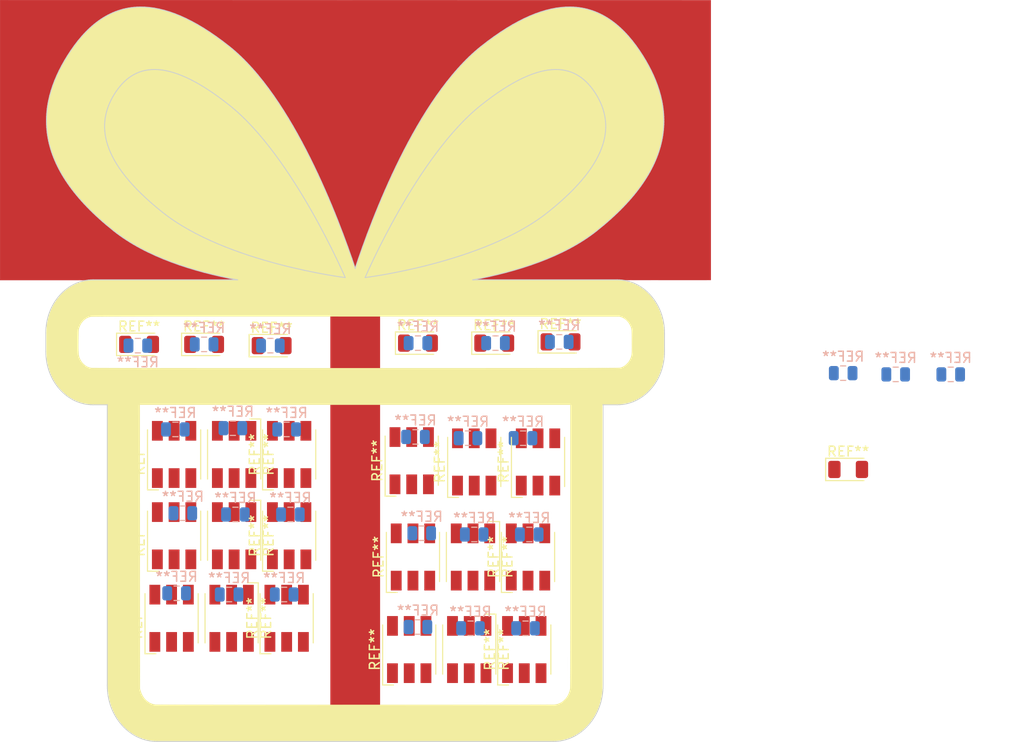
<source format=kicad_pcb>
(kicad_pcb (version 20171130) (host pcbnew "(5.1.10)-1")
  (layers (0 F.Cu signal) (31 B.Cu signal) (34 B.Paste user) (35 F.Paste user) (36 B.SilkS user) (37 F.SilkS user) (38 B.Mask user) (39 F.Mask user) (44 Edge.Cuts user))
  (net 0 "")
  (module Capacitor_SMD:C_0805_2012Metric (layer B.Cu) (at 165.481 128.651 180)
    (fp_text reference REF** (at 0 1.68) (layer B.SilkS) (effects (justify mirror)))
    (fp_text value C_0805_2012Metric)
    (pad 1 smd roundrect (at -0.95 0 180) (size 1 1.45) (layers B.Cu B.Paste B.Mask))
    (pad 2 smd roundrect (at 0.95 0 180) (size 1 1.45) (layers B.Cu B.Paste B.Mask))
  )
  (module Capacitor_SMD:C_0805_2012Metric (layer B.Cu) (at 176.403 128.778 180)
    (fp_text reference REF** (at 0 1.68) (layer B.SilkS) (effects (justify mirror)))
    (fp_text value C_0805_2012Metric)
    (pad 2 smd roundrect (at 0.95 0 180) (size 1 1.45) (layers B.Cu B.Paste B.Mask))
    (pad 1 smd roundrect (at -0.95 0 180) (size 1 1.45) (layers B.Cu B.Paste B.Mask))
  )
  (module Capacitor_SMD:C_0805_2012Metric (layer B.Cu) (at 170.815 128.778 180)
    (fp_text reference REF** (at 0 1.68) (layer B.SilkS) (effects (justify mirror)))
    (fp_text value C_0805_2012Metric)
    (pad 2 smd roundrect (at 0.95 0 180) (size 1 1.45) (layers B.Cu B.Paste B.Mask))
    (pad 1 smd roundrect (at -0.95 0 180) (size 1 1.45) (layers B.Cu B.Paste B.Mask))
  )
  (module Capacitor_SMD:C_0805_2012Metric (layer B.Cu) (at 165.862 119.126 180)
    (fp_text reference REF** (at 0 1.68) (layer B.SilkS) (effects (justify mirror)))
    (fp_text value C_0805_2012Metric)
    (pad 1 smd roundrect (at -0.95 0 180) (size 1 1.45) (layers B.Cu B.Paste B.Mask))
    (pad 2 smd roundrect (at 0.95 0 180) (size 1 1.45) (layers B.Cu B.Paste B.Mask))
  )
  (module Capacitor_SMD:C_0805_2012Metric (layer B.Cu) (at 176.784 119.253 180)
    (fp_text reference REF** (at 0 1.68) (layer B.SilkS) (effects (justify mirror)))
    (fp_text value C_0805_2012Metric)
    (pad 2 smd roundrect (at 0.95 0 180) (size 1 1.45) (layers B.Cu B.Paste B.Mask))
    (pad 1 smd roundrect (at -0.95 0 180) (size 1 1.45) (layers B.Cu B.Paste B.Mask))
  )
  (module Capacitor_SMD:C_0805_2012Metric (layer B.Cu) (at 171.196 119.253 180)
    (fp_text reference REF** (at 0 1.68) (layer B.SilkS) (effects (justify mirror)))
    (fp_text value C_0805_2012Metric)
    (pad 2 smd roundrect (at 0.95 0 180) (size 1 1.45) (layers B.Cu B.Paste B.Mask))
    (pad 1 smd roundrect (at -0.95 0 180) (size 1 1.45) (layers B.Cu B.Paste B.Mask))
  )
  (module Capacitor_SMD:C_0805_2012Metric (layer B.Cu) (at 165.227 109.347 180)
    (fp_text reference REF** (at 0 1.68) (layer B.SilkS) (effects (justify mirror)))
    (fp_text value C_0805_2012Metric)
    (pad 1 smd roundrect (at -0.95 0 180) (size 1 1.45) (layers B.Cu B.Paste B.Mask))
    (pad 2 smd roundrect (at 0.95 0 180) (size 1 1.45) (layers B.Cu B.Paste B.Mask))
  )
  (module Capacitor_SMD:C_0805_2012Metric (layer B.Cu) (at 176.149 109.474 180)
    (fp_text reference REF** (at 0 1.68) (layer B.SilkS) (effects (justify mirror)))
    (fp_text value C_0805_2012Metric)
    (pad 2 smd roundrect (at 0.95 0 180) (size 1 1.45) (layers B.Cu B.Paste B.Mask))
    (pad 1 smd roundrect (at -0.95 0 180) (size 1 1.45) (layers B.Cu B.Paste B.Mask))
  )
  (module Capacitor_SMD:C_0805_2012Metric (layer B.Cu) (at 170.561 109.474 180)
    (fp_text reference REF** (at 0 1.68) (layer B.SilkS) (effects (justify mirror)))
    (fp_text value C_0805_2012Metric)
    (pad 2 smd roundrect (at 0.95 0 180) (size 1 1.45) (layers B.Cu B.Paste B.Mask))
    (pad 1 smd roundrect (at -0.95 0 180) (size 1 1.45) (layers B.Cu B.Paste B.Mask))
  )
  (module Capacitor_SMD:C_0805_2012Metric (layer B.Cu) (at 140.97 125.222 180)
    (fp_text reference REF** (at 0 1.68) (layer B.SilkS) (effects (justify mirror)))
    (fp_text value C_0805_2012Metric)
    (pad 1 smd roundrect (at -0.95 0 180) (size 1 1.45) (layers B.Cu B.Paste B.Mask))
    (pad 2 smd roundrect (at 0.95 0 180) (size 1 1.45) (layers B.Cu B.Paste B.Mask))
  )
  (module Capacitor_SMD:C_0805_2012Metric (layer B.Cu) (at 151.892 125.349 180)
    (fp_text reference REF** (at 0 1.68) (layer B.SilkS) (effects (justify mirror)))
    (fp_text value C_0805_2012Metric)
    (pad 2 smd roundrect (at 0.95 0 180) (size 1 1.45) (layers B.Cu B.Paste B.Mask))
    (pad 1 smd roundrect (at -0.95 0 180) (size 1 1.45) (layers B.Cu B.Paste B.Mask))
  )
  (module Capacitor_SMD:C_0805_2012Metric (layer B.Cu) (at 146.304 125.349 180)
    (fp_text reference REF** (at 0 1.68) (layer B.SilkS) (effects (justify mirror)))
    (fp_text value C_0805_2012Metric)
    (pad 2 smd roundrect (at 0.95 0 180) (size 1 1.45) (layers B.Cu B.Paste B.Mask))
    (pad 1 smd roundrect (at -0.95 0 180) (size 1 1.45) (layers B.Cu B.Paste B.Mask))
  )
  (module Capacitor_SMD:C_0805_2012Metric (layer B.Cu) (at 141.605 117.094 180)
    (fp_text reference REF** (at 0 1.68) (layer B.SilkS) (effects (justify mirror)))
    (fp_text value C_0805_2012Metric)
    (pad 1 smd roundrect (at -0.95 0 180) (size 1 1.45) (layers B.Cu B.Paste B.Mask))
    (pad 2 smd roundrect (at 0.95 0 180) (size 1 1.45) (layers B.Cu B.Paste B.Mask))
  )
  (module Capacitor_SMD:C_0805_2012Metric (layer B.Cu) (at 152.527 117.221 180)
    (fp_text reference REF** (at 0 1.68) (layer B.SilkS) (effects (justify mirror)))
    (fp_text value C_0805_2012Metric)
    (pad 2 smd roundrect (at 0.95 0 180) (size 1 1.45) (layers B.Cu B.Paste B.Mask))
    (pad 1 smd roundrect (at -0.95 0 180) (size 1 1.45) (layers B.Cu B.Paste B.Mask))
  )
  (module Capacitor_SMD:C_0805_2012Metric (layer B.Cu) (at 146.939 117.221 180)
    (fp_text reference REF** (at 0 1.68) (layer B.SilkS) (effects (justify mirror)))
    (fp_text value C_0805_2012Metric)
    (pad 2 smd roundrect (at 0.95 0 180) (size 1 1.45) (layers B.Cu B.Paste B.Mask))
    (pad 1 smd roundrect (at -0.95 0 180) (size 1 1.45) (layers B.Cu B.Paste B.Mask))
  )
  (module Capacitor_SMD:C_0805_2012Metric (layer B.Cu) (at 219.583 102.997 180)
    (fp_text reference REF** (at 0 1.68) (layer B.SilkS) (effects (justify mirror)))
    (fp_text value C_0805_2012Metric)
    (pad 1 smd roundrect (at -0.95 0 180) (size 1 1.45) (layers B.Cu B.Paste B.Mask))
    (pad 2 smd roundrect (at 0.95 0 180) (size 1 1.45) (layers B.Cu B.Paste B.Mask))
  )
  (module Capacitor_SMD:C_0805_2012Metric (layer B.Cu) (at 213.995 102.997 180)
    (fp_text reference REF** (at 0 1.68) (layer B.SilkS) (effects (justify mirror)))
    (fp_text value C_0805_2012Metric)
    (pad 1 smd roundrect (at -0.95 0 180) (size 1 1.45) (layers B.Cu B.Paste B.Mask))
    (pad 2 smd roundrect (at 0.95 0 180) (size 1 1.45) (layers B.Cu B.Paste B.Mask))
  )
  (module Capacitor_SMD:C_0805_2012Metric (layer B.Cu) (at 152.146 108.585 180)
    (fp_text reference REF** (at 0 1.68) (layer B.SilkS) (effects (justify mirror)))
    (fp_text value C_0805_2012Metric)
    (pad 1 smd roundrect (at -0.95 0 180) (size 1 1.45) (layers B.Cu B.Paste B.Mask))
    (pad 2 smd roundrect (at 0.95 0 180) (size 1 1.45) (layers B.Cu B.Paste B.Mask))
  )
  (module Capacitor_SMD:C_0805_2012Metric (layer B.Cu) (at 146.685 108.458 180)
    (fp_text reference REF** (at 0 1.68) (layer B.SilkS) (effects (justify mirror)))
    (fp_text value C_0805_2012Metric)
    (pad 1 smd roundrect (at -0.95 0 180) (size 1 1.45) (layers B.Cu B.Paste B.Mask))
    (pad 2 smd roundrect (at 0.95 0 180) (size 1 1.45) (layers B.Cu B.Paste B.Mask))
  )
  (module Capacitor_SMD:C_0805_2012Metric (layer B.Cu) (at 140.843 108.585 180)
    (fp_text reference REF** (at 0 1.68) (layer B.SilkS) (effects (justify mirror)))
    (fp_text value C_0805_2012Metric)
    (pad 1 smd roundrect (at -0.95 0 180) (size 1 1.45) (layers B.Cu B.Paste B.Mask))
    (pad 2 smd roundrect (at 0.95 0 180) (size 1 1.45) (layers B.Cu B.Paste B.Mask))
  )
  (module Capacitor_SMD:C_0805_2012Metric (layer B.Cu) (at 179.832 99.695 180)
    (fp_text reference REF** (at 0 1.68) (layer B.SilkS) (effects (justify mirror)))
    (fp_text value C_0805_2012Metric)
    (pad 1 smd roundrect (at -0.95 0 180) (size 1 1.45) (layers B.Cu B.Paste B.Mask))
    (pad 2 smd roundrect (at 0.95 0 180) (size 1 1.45) (layers B.Cu B.Paste B.Mask))
  )
  (module Capacitor_SMD:C_0805_2012Metric (layer B.Cu) (at 173.355 99.822 180)
    (fp_text reference REF** (at 0 1.68) (layer B.SilkS) (effects (justify mirror)))
    (fp_text value C_0805_2012Metric)
    (pad 1 smd roundrect (at -0.95 0 180) (size 1 1.45) (layers B.Cu B.Paste B.Mask))
    (pad 2 smd roundrect (at 0.95 0 180) (size 1 1.45) (layers B.Cu B.Paste B.Mask))
  )
  (module Capacitor_SMD:C_0805_2012Metric (layer B.Cu) (at 165.481 99.822 180)
    (fp_text reference REF** (at 0 1.68) (layer B.SilkS) (effects (justify mirror)))
    (fp_text value C_0805_2012Metric)
    (pad 1 smd roundrect (at -0.95 0 180) (size 1 1.45) (layers B.Cu B.Paste B.Mask))
    (pad 2 smd roundrect (at 0.95 0 180) (size 1 1.45) (layers B.Cu B.Paste B.Mask))
  )
  (module Capacitor_SMD:C_0805_2012Metric (layer B.Cu) (at 150.495 100.076 180)
    (fp_text reference REF** (at 0 1.68) (layer B.SilkS) (effects (justify mirror)))
    (fp_text value C_0805_2012Metric)
    (pad 1 smd roundrect (at -0.95 0 180) (size 1 1.45) (layers B.Cu B.Paste B.Mask))
    (pad 2 smd roundrect (at 0.95 0 180) (size 1 1.45) (layers B.Cu B.Paste B.Mask))
  )
  (module Capacitor_SMD:C_0805_2012Metric (layer B.Cu) (at 143.764 99.949 180)
    (fp_text reference REF** (at 0 1.68) (layer B.SilkS) (effects (justify mirror)))
    (fp_text value C_0805_2012Metric)
    (pad 1 smd roundrect (at -0.95 0 180) (size 1 1.45) (layers B.Cu B.Paste B.Mask))
    (pad 2 smd roundrect (at 0.95 0 180) (size 1 1.45) (layers B.Cu B.Paste B.Mask))
  )
  (module Capacitor_SMD:C_0805_2012Metric (layer B.Cu) (at 137.033 100.076)
    (fp_text reference REF** (at 0 1.68) (layer B.SilkS) (effects (justify mirror)))
    (fp_text value C_0805_2012Metric)
    (pad 1 smd roundrect (at -0.95 0) (size 1 1.45) (layers B.Cu B.Paste B.Mask))
    (pad 2 smd roundrect (at 0.95 0) (size 1 1.45) (layers B.Cu B.Paste B.Mask))
  )
  (module Capacitor_SMD:C_0805_2012Metric (layer B.Cu) (at 208.661 102.87 180)
    (fp_text reference REF** (at 0 1.68) (layer B.SilkS) (effects (justify mirror)))
    (fp_text value C_0805_2012Metric)
    (pad 2 smd roundrect (at 0.95 0 180) (size 1 1.45) (layers B.Cu B.Paste B.Mask))
    (pad 1 smd roundrect (at -0.95 0 180) (size 1 1.45) (layers B.Cu B.Paste B.Mask))
  )
  (module LED_SMD:LED_RGB_5050-6 (layer F.Cu) (at 164.846 111.76 90)
    (fp_text reference REF** (at 0 -3.5 270) (layer F.SilkS))
    (fp_text value LED_RGB_5050-6)
    (pad 6 smd rect (at 2.4 -1.7 180) (size 1.1 2) (layers F.Cu F.Paste F.Mask))
    (pad 5 smd rect (at 2.4 0 180) (size 1.1 2) (layers F.Cu F.Paste F.Mask))
    (pad 4 smd rect (at 2.4 1.7 180) (size 1.1 2) (layers F.Cu F.Paste F.Mask))
    (pad 3 smd rect (at -2.4 1.7 180) (size 1.1 2) (layers F.Cu F.Paste F.Mask))
    (pad 2 smd rect (at -2.4 0 180) (size 1.1 2) (layers F.Cu F.Paste F.Mask))
    (pad 1 smd rect (at -2.4 -1.7 180) (size 1.1 2) (layers F.Cu F.Paste F.Mask))
  )
  (module LED_SMD:LED_RGB_5050-6 (layer F.Cu) (at 146.558 127.762 270)
    (fp_text reference REF** (at 0 -3.5 270) (layer F.SilkS))
    (fp_text value LED_RGB_5050-6)
    (pad 1 smd rect (at -2.4 -1.7) (size 1.1 2) (layers F.Cu F.Paste F.Mask))
    (pad 2 smd rect (at -2.4 0) (size 1.1 2) (layers F.Cu F.Paste F.Mask))
    (pad 3 smd rect (at -2.4 1.7) (size 1.1 2) (layers F.Cu F.Paste F.Mask))
    (pad 4 smd rect (at 2.4 1.7) (size 1.1 2) (layers F.Cu F.Paste F.Mask))
    (pad 5 smd rect (at 2.4 0) (size 1.1 2) (layers F.Cu F.Paste F.Mask))
    (pad 6 smd rect (at 2.4 -1.7) (size 1.1 2) (layers F.Cu F.Paste F.Mask))
  )
  (module LED_SMD:LED_RGB_5050-6 (layer F.Cu) (at 152.146 127.762 90)
    (fp_text reference REF** (at 0 -3.5 270) (layer F.SilkS))
    (fp_text value LED_RGB_5050-6)
    (pad 6 smd rect (at 2.4 -1.7 180) (size 1.1 2) (layers F.Cu F.Paste F.Mask))
    (pad 5 smd rect (at 2.4 0 180) (size 1.1 2) (layers F.Cu F.Paste F.Mask))
    (pad 4 smd rect (at 2.4 1.7 180) (size 1.1 2) (layers F.Cu F.Paste F.Mask))
    (pad 3 smd rect (at -2.4 1.7 180) (size 1.1 2) (layers F.Cu F.Paste F.Mask))
    (pad 2 smd rect (at -2.4 0 180) (size 1.1 2) (layers F.Cu F.Paste F.Mask))
    (pad 1 smd rect (at -2.4 -1.7 180) (size 1.1 2) (layers F.Cu F.Paste F.Mask))
  )
  (module LED_SMD:LED_RGB_5050-6 (layer F.Cu) (at 140.462 127.762 90)
    (fp_text reference REF** (at 0 -3.5 270) (layer F.SilkS))
    (fp_text value LED_RGB_5050-6)
    (pad 6 smd rect (at 2.4 -1.7 180) (size 1.1 2) (layers F.Cu F.Paste F.Mask))
    (pad 5 smd rect (at 2.4 0 180) (size 1.1 2) (layers F.Cu F.Paste F.Mask))
    (pad 4 smd rect (at 2.4 1.7 180) (size 1.1 2) (layers F.Cu F.Paste F.Mask))
    (pad 3 smd rect (at -2.4 1.7 180) (size 1.1 2) (layers F.Cu F.Paste F.Mask))
    (pad 2 smd rect (at -2.4 0 180) (size 1.1 2) (layers F.Cu F.Paste F.Mask))
    (pad 1 smd rect (at -2.4 -1.7 180) (size 1.1 2) (layers F.Cu F.Paste F.Mask))
  )
  (module LED_SMD:LED_RGB_5050-6 (layer F.Cu) (at 146.812 119.38 270)
    (fp_text reference REF** (at 0 -3.5 270) (layer F.SilkS))
    (fp_text value LED_RGB_5050-6)
    (pad 1 smd rect (at -2.4 -1.7) (size 1.1 2) (layers F.Cu F.Paste F.Mask))
    (pad 2 smd rect (at -2.4 0) (size 1.1 2) (layers F.Cu F.Paste F.Mask))
    (pad 3 smd rect (at -2.4 1.7) (size 1.1 2) (layers F.Cu F.Paste F.Mask))
    (pad 4 smd rect (at 2.4 1.7) (size 1.1 2) (layers F.Cu F.Paste F.Mask))
    (pad 5 smd rect (at 2.4 0) (size 1.1 2) (layers F.Cu F.Paste F.Mask))
    (pad 6 smd rect (at 2.4 -1.7) (size 1.1 2) (layers F.Cu F.Paste F.Mask))
  )
  (module LED_SMD:LED_RGB_5050-6 (layer F.Cu) (at 152.4 119.38 90)
    (fp_text reference REF** (at 0 -3.5 270) (layer F.SilkS))
    (fp_text value LED_RGB_5050-6)
    (pad 6 smd rect (at 2.4 -1.7 180) (size 1.1 2) (layers F.Cu F.Paste F.Mask))
    (pad 5 smd rect (at 2.4 0 180) (size 1.1 2) (layers F.Cu F.Paste F.Mask))
    (pad 4 smd rect (at 2.4 1.7 180) (size 1.1 2) (layers F.Cu F.Paste F.Mask))
    (pad 3 smd rect (at -2.4 1.7 180) (size 1.1 2) (layers F.Cu F.Paste F.Mask))
    (pad 2 smd rect (at -2.4 0 180) (size 1.1 2) (layers F.Cu F.Paste F.Mask))
    (pad 1 smd rect (at -2.4 -1.7 180) (size 1.1 2) (layers F.Cu F.Paste F.Mask))
  )
  (module LED_SMD:LED_RGB_5050-6 (layer F.Cu) (at 140.716 119.38 90)
    (fp_text reference REF** (at 0 -3.5 270) (layer F.SilkS))
    (fp_text value LED_RGB_5050-6)
    (pad 6 smd rect (at 2.4 -1.7 180) (size 1.1 2) (layers F.Cu F.Paste F.Mask))
    (pad 5 smd rect (at 2.4 0 180) (size 1.1 2) (layers F.Cu F.Paste F.Mask))
    (pad 4 smd rect (at 2.4 1.7 180) (size 1.1 2) (layers F.Cu F.Paste F.Mask))
    (pad 3 smd rect (at -2.4 1.7 180) (size 1.1 2) (layers F.Cu F.Paste F.Mask))
    (pad 2 smd rect (at -2.4 0 180) (size 1.1 2) (layers F.Cu F.Paste F.Mask))
    (pad 1 smd rect (at -2.4 -1.7 180) (size 1.1 2) (layers F.Cu F.Paste F.Mask))
  )
  (module LED_SMD:LED_RGB_5050-6 (layer F.Cu) (at 146.812 111.125 270)
    (fp_text reference REF** (at 0 -3.5 270) (layer F.SilkS))
    (fp_text value LED_RGB_5050-6)
    (pad 1 smd rect (at -2.4 -1.7) (size 1.1 2) (layers F.Cu F.Paste F.Mask))
    (pad 2 smd rect (at -2.4 0) (size 1.1 2) (layers F.Cu F.Paste F.Mask))
    (pad 3 smd rect (at -2.4 1.7) (size 1.1 2) (layers F.Cu F.Paste F.Mask))
    (pad 4 smd rect (at 2.4 1.7) (size 1.1 2) (layers F.Cu F.Paste F.Mask))
    (pad 5 smd rect (at 2.4 0) (size 1.1 2) (layers F.Cu F.Paste F.Mask))
    (pad 6 smd rect (at 2.4 -1.7) (size 1.1 2) (layers F.Cu F.Paste F.Mask))
  )
  (module LED_SMD:LED_RGB_5050-6 (layer F.Cu) (at 152.4 111.125 90)
    (fp_text reference REF** (at 0 -3.5 270) (layer F.SilkS))
    (fp_text value LED_RGB_5050-6)
    (pad 6 smd rect (at 2.4 -1.7 180) (size 1.1 2) (layers F.Cu F.Paste F.Mask))
    (pad 5 smd rect (at 2.4 0 180) (size 1.1 2) (layers F.Cu F.Paste F.Mask))
    (pad 4 smd rect (at 2.4 1.7 180) (size 1.1 2) (layers F.Cu F.Paste F.Mask))
    (pad 3 smd rect (at -2.4 1.7 180) (size 1.1 2) (layers F.Cu F.Paste F.Mask))
    (pad 2 smd rect (at -2.4 0 180) (size 1.1 2) (layers F.Cu F.Paste F.Mask))
    (pad 1 smd rect (at -2.4 -1.7 180) (size 1.1 2) (layers F.Cu F.Paste F.Mask))
  )
  (module LED_SMD:LED_RGB_5050-6 (layer F.Cu) (at 140.716 111.125 90)
    (fp_text reference REF** (at 0 -3.5 270) (layer F.SilkS))
    (fp_text value LED_RGB_5050-6)
    (pad 6 smd rect (at 2.4 -1.7 180) (size 1.1 2) (layers F.Cu F.Paste F.Mask))
    (pad 5 smd rect (at 2.4 0 180) (size 1.1 2) (layers F.Cu F.Paste F.Mask))
    (pad 4 smd rect (at 2.4 1.7 180) (size 1.1 2) (layers F.Cu F.Paste F.Mask))
    (pad 3 smd rect (at -2.4 1.7 180) (size 1.1 2) (layers F.Cu F.Paste F.Mask))
    (pad 2 smd rect (at -2.4 0 180) (size 1.1 2) (layers F.Cu F.Paste F.Mask))
    (pad 1 smd rect (at -2.4 -1.7 180) (size 1.1 2) (layers F.Cu F.Paste F.Mask))
  )
  (module LED_SMD:LED_RGB_5050-6 (layer F.Cu) (at 171.069 121.539 270)
    (fp_text reference REF** (at 0 -3.5 270) (layer F.SilkS))
    (fp_text value LED_RGB_5050-6)
    (pad 1 smd rect (at -2.4 -1.7) (size 1.1 2) (layers F.Cu F.Paste F.Mask))
    (pad 2 smd rect (at -2.4 0) (size 1.1 2) (layers F.Cu F.Paste F.Mask))
    (pad 3 smd rect (at -2.4 1.7) (size 1.1 2) (layers F.Cu F.Paste F.Mask))
    (pad 4 smd rect (at 2.4 1.7) (size 1.1 2) (layers F.Cu F.Paste F.Mask))
    (pad 5 smd rect (at 2.4 0) (size 1.1 2) (layers F.Cu F.Paste F.Mask))
    (pad 6 smd rect (at 2.4 -1.7) (size 1.1 2) (layers F.Cu F.Paste F.Mask))
  )
  (module LED_SMD:LED_RGB_5050-6 (layer F.Cu) (at 176.657 121.539 90)
    (fp_text reference REF** (at 0 -3.5 270) (layer F.SilkS))
    (fp_text value LED_RGB_5050-6)
    (pad 6 smd rect (at 2.4 -1.7 180) (size 1.1 2) (layers F.Cu F.Paste F.Mask))
    (pad 5 smd rect (at 2.4 0 180) (size 1.1 2) (layers F.Cu F.Paste F.Mask))
    (pad 4 smd rect (at 2.4 1.7 180) (size 1.1 2) (layers F.Cu F.Paste F.Mask))
    (pad 3 smd rect (at -2.4 1.7 180) (size 1.1 2) (layers F.Cu F.Paste F.Mask))
    (pad 2 smd rect (at -2.4 0 180) (size 1.1 2) (layers F.Cu F.Paste F.Mask))
    (pad 1 smd rect (at -2.4 -1.7 180) (size 1.1 2) (layers F.Cu F.Paste F.Mask))
  )
  (module LED_SMD:LED_RGB_5050-6 (layer F.Cu) (at 164.973 121.539 90)
    (fp_text reference REF** (at 0 -3.5 270) (layer F.SilkS))
    (fp_text value LED_RGB_5050-6)
    (pad 6 smd rect (at 2.4 -1.7 180) (size 1.1 2) (layers F.Cu F.Paste F.Mask))
    (pad 5 smd rect (at 2.4 0 180) (size 1.1 2) (layers F.Cu F.Paste F.Mask))
    (pad 4 smd rect (at 2.4 1.7 180) (size 1.1 2) (layers F.Cu F.Paste F.Mask))
    (pad 3 smd rect (at -2.4 1.7 180) (size 1.1 2) (layers F.Cu F.Paste F.Mask))
    (pad 2 smd rect (at -2.4 0 180) (size 1.1 2) (layers F.Cu F.Paste F.Mask))
    (pad 1 smd rect (at -2.4 -1.7 180) (size 1.1 2) (layers F.Cu F.Paste F.Mask))
  )
  (module LED_SMD:LED_RGB_5050-6 (layer F.Cu) (at 171.196 111.887 90)
    (fp_text reference REF** (at 0 -3.5 270) (layer F.SilkS))
    (fp_text value LED_RGB_5050-6)
    (pad 6 smd rect (at 2.4 -1.7 180) (size 1.1 2) (layers F.Cu F.Paste F.Mask))
    (pad 5 smd rect (at 2.4 0 180) (size 1.1 2) (layers F.Cu F.Paste F.Mask))
    (pad 4 smd rect (at 2.4 1.7 180) (size 1.1 2) (layers F.Cu F.Paste F.Mask))
    (pad 3 smd rect (at -2.4 1.7 180) (size 1.1 2) (layers F.Cu F.Paste F.Mask))
    (pad 2 smd rect (at -2.4 0 180) (size 1.1 2) (layers F.Cu F.Paste F.Mask))
    (pad 1 smd rect (at -2.4 -1.7 180) (size 1.1 2) (layers F.Cu F.Paste F.Mask))
  )
  (module LED_SMD:LED_RGB_5050-6 (layer F.Cu) (at 170.688 130.937 270)
    (fp_text reference REF** (at 0 -3.5 270) (layer F.SilkS))
    (fp_text value LED_RGB_5050-6)
    (pad 6 smd rect (at 2.4 -1.7) (size 1.1 2) (layers F.Cu F.Paste F.Mask))
    (pad 5 smd rect (at 2.4 0) (size 1.1 2) (layers F.Cu F.Paste F.Mask))
    (pad 4 smd rect (at 2.4 1.7) (size 1.1 2) (layers F.Cu F.Paste F.Mask))
    (pad 3 smd rect (at -2.4 1.7) (size 1.1 2) (layers F.Cu F.Paste F.Mask))
    (pad 2 smd rect (at -2.4 0) (size 1.1 2) (layers F.Cu F.Paste F.Mask))
    (pad 1 smd rect (at -2.4 -1.7) (size 1.1 2) (layers F.Cu F.Paste F.Mask))
  )
  (module LED_SMD:LED_RGB_5050-6 (layer F.Cu) (at 177.673 111.887 90)
    (fp_text reference REF** (at 0 -3.5 270) (layer F.SilkS))
    (fp_text value LED_RGB_5050-6)
    (pad 6 smd rect (at 2.4 -1.7 180) (size 1.1 2) (layers F.Cu F.Paste F.Mask))
    (pad 5 smd rect (at 2.4 0 180) (size 1.1 2) (layers F.Cu F.Paste F.Mask))
    (pad 4 smd rect (at 2.4 1.7 180) (size 1.1 2) (layers F.Cu F.Paste F.Mask))
    (pad 3 smd rect (at -2.4 1.7 180) (size 1.1 2) (layers F.Cu F.Paste F.Mask))
    (pad 2 smd rect (at -2.4 0 180) (size 1.1 2) (layers F.Cu F.Paste F.Mask))
    (pad 1 smd rect (at -2.4 -1.7 180) (size 1.1 2) (layers F.Cu F.Paste F.Mask))
  )
  (module LED_SMD:LED_1206_3216Metric (layer F.Cu) (at 179.959 99.695)
    (fp_text reference REF** (at 0 -1.82) (layer F.SilkS))
    (fp_text value LED_1206_3216Metric)
    (pad 1 smd roundrect (at -1.4 0) (size 1.25 1.75) (layers F.Cu F.Paste F.Mask) (roundrect_rratio 0.2))
    (pad 2 smd roundrect (at 1.4 0) (size 1.25 1.75) (layers F.Cu F.Paste F.Mask) (roundrect_rratio 0.2))
  )
  (module LED_SMD:LED_1206_3216Metric (layer F.Cu) (at 173.228 99.822)
    (fp_text reference REF** (at 0 -1.82) (layer F.SilkS))
    (fp_text value LED_1206_3216Metric)
    (pad 1 smd roundrect (at -1.4 0) (size 1.25 1.75) (layers F.Cu F.Paste F.Mask) (roundrect_rratio 0.2))
    (pad 2 smd roundrect (at 1.4 0) (size 1.25 1.75) (layers F.Cu F.Paste F.Mask) (roundrect_rratio 0.2))
  )
  (module LED_SMD:LED_1206_3216Metric (layer F.Cu) (at 165.481 99.822)
    (fp_text reference REF** (at 0 -1.82) (layer F.SilkS))
    (fp_text value LED_1206_3216Metric)
    (pad 1 smd roundrect (at -1.4 0) (size 1.25 1.75) (layers F.Cu F.Paste F.Mask) (roundrect_rratio 0.2))
    (pad 2 smd roundrect (at 1.4 0) (size 1.25 1.75) (layers F.Cu F.Paste F.Mask) (roundrect_rratio 0.2))
  )
  (module LED_SMD:LED_1206_3216Metric (layer F.Cu) (at 150.622 100.076)
    (fp_text reference REF** (at 0 -1.82) (layer F.SilkS))
    (fp_text value LED_1206_3216Metric)
    (pad 1 smd roundrect (at -1.4 0) (size 1.25 1.75) (layers F.Cu F.Paste F.Mask) (roundrect_rratio 0.2))
    (pad 2 smd roundrect (at 1.4 0) (size 1.25 1.75) (layers F.Cu F.Paste F.Mask) (roundrect_rratio 0.2))
  )
  (module LED_SMD:LED_1206_3216Metric (layer F.Cu) (at 143.764 99.949)
    (fp_text reference REF** (at 0 -1.82) (layer F.SilkS))
    (fp_text value LED_1206_3216Metric)
    (pad 1 smd roundrect (at -1.4 0) (size 1.25 1.75) (layers F.Cu F.Paste F.Mask) (roundrect_rratio 0.2))
    (pad 2 smd roundrect (at 1.4 0) (size 1.25 1.75) (layers F.Cu F.Paste F.Mask) (roundrect_rratio 0.2))
  )
  (module LED_SMD:LED_1206_3216Metric (layer F.Cu) (at 137.16 99.949)
    (fp_text reference REF** (at 0 -1.82) (layer F.SilkS))
    (fp_text value LED_1206_3216Metric)
    (pad 1 smd roundrect (at -1.4 0) (size 1.25 1.75) (layers F.Cu F.Paste F.Mask) (roundrect_rratio 0.2))
    (pad 2 smd roundrect (at 1.4 0) (size 1.25 1.75) (layers F.Cu F.Paste F.Mask) (roundrect_rratio 0.2))
  )
  (module LED_SMD:LED_RGB_5050-6 (layer F.Cu) (at 164.592 130.937 90)
    (fp_text reference REF** (at 0 -3.5 270) (layer F.SilkS))
    (fp_text value LED_RGB_5050-6)
    (pad 1 smd rect (at -2.4 -1.7 180) (size 1.1 2) (layers F.Cu F.Paste F.Mask))
    (pad 2 smd rect (at -2.4 0 180) (size 1.1 2) (layers F.Cu F.Paste F.Mask))
    (pad 3 smd rect (at -2.4 1.7 180) (size 1.1 2) (layers F.Cu F.Paste F.Mask))
    (pad 4 smd rect (at 2.4 1.7 180) (size 1.1 2) (layers F.Cu F.Paste F.Mask))
    (pad 5 smd rect (at 2.4 0 180) (size 1.1 2) (layers F.Cu F.Paste F.Mask))
    (pad 6 smd rect (at 2.4 -1.7 180) (size 1.1 2) (layers F.Cu F.Paste F.Mask))
  )
  (module LED_SMD:LED_RGB_5050-6 (layer F.Cu) (at 176.276 130.937 90)
    (fp_text reference REF** (at 0 -3.5 270) (layer F.SilkS))
    (fp_text value LED_RGB_5050-6)
    (pad 1 smd rect (at -2.4 -1.7 180) (size 1.1 2) (layers F.Cu F.Paste F.Mask))
    (pad 2 smd rect (at -2.4 0 180) (size 1.1 2) (layers F.Cu F.Paste F.Mask))
    (pad 3 smd rect (at -2.4 1.7 180) (size 1.1 2) (layers F.Cu F.Paste F.Mask))
    (pad 4 smd rect (at 2.4 1.7 180) (size 1.1 2) (layers F.Cu F.Paste F.Mask))
    (pad 5 smd rect (at 2.4 0 180) (size 1.1 2) (layers F.Cu F.Paste F.Mask))
    (pad 6 smd rect (at 2.4 -1.7 180) (size 1.1 2) (layers F.Cu F.Paste F.Mask))
  )
  (module LED_SMD:LED_1206_3216Metric (layer F.Cu) (at 209.169 112.649)
    (fp_text reference REF** (at 0 -1.82) (layer F.SilkS))
    (fp_text value LED_1206_3216Metric)
    (pad 2 smd roundrect (at 1.4 0) (size 1.25 1.75) (layers F.Cu F.Paste F.Mask) (roundrect_rratio 0.2))
    (pad 1 smd roundrect (at -1.4 0) (size 1.25 1.75) (layers F.Cu F.Paste F.Mask) (roundrect_rratio 0.2))
  )
  (module "svg2shen export:inky escaped" (layer F.Cu) (at 157.734 100.584)
    (fp_text reference Ref** hide)
    (fp_text value Val** hide)
    (fp_poly (pts (xy 37.49675 -35.59175) (xy 37.49675 -7.164916) (xy 20.695709 -7.159612) (xy 3.894667 -7.154307) (xy 3.894667 39.666334) (xy -1.143 39.666334) (xy -1.143 -7.154333) (xy -34.692166 -7.154333) (xy -34.692166 -35.602346) (xy 37.49675 -35.59175)) (layer F.Cu) (width 0.01))
    (fp_line (start 21.694618 -28.550904) (end 22.039643 -28.542704) (layer Edge.Cuts) (width 0.1))
    (fp_line (start 22.039643 -28.542704) (end 22.37145 -28.511404) (layer Edge.Cuts) (width 0.1))
    (fp_line (start 22.37145 -28.511404) (end 22.690039 -28.457754) (layer Edge.Cuts) (width 0.1))
    (fp_line (start 22.690039 -28.457754) (end 22.996778 -28.382494) (layer Edge.Cuts) (width 0.1))
    (fp_line (start 22.996778 -28.382494) (end 23.290756 -28.286384) (layer Edge.Cuts) (width 0.1))
    (fp_line (start 23.290756 -28.286384) (end 23.572883 -28.170184) (layer Edge.Cuts) (width 0.1))
    (fp_line (start 23.572883 -28.170184) (end 23.843616 -28.034658) (layer Edge.Cuts) (width 0.1))
    (fp_line (start 23.843616 -28.034658) (end 24.102954 -27.880554) (layer Edge.Cuts) (width 0.1))
    (fp_line (start 24.102954 -27.880554) (end 24.351353 -27.708641) (layer Edge.Cuts) (width 0.1))
    (fp_line (start 24.351353 -27.708641) (end 24.58927 -27.519675) (layer Edge.Cuts) (width 0.1))
    (fp_line (start 24.58927 -27.519675) (end 24.816704 -27.314404) (layer Edge.Cuts) (width 0.1))
    (fp_line (start 24.816704 -27.314404) (end 25.03411 -27.093599) (layer Edge.Cuts) (width 0.1))
    (fp_line (start 25.03411 -27.093599) (end 25.24149 -26.858014) (layer Edge.Cuts) (width 0.1))
    (fp_line (start 25.24149 -26.858014) (end 25.439753 -26.608407) (layer Edge.Cuts) (width 0.1))
    (fp_line (start 25.439753 -26.608407) (end 25.628902 -26.34553) (layer Edge.Cuts) (width 0.1))
    (fp_line (start 25.628902 -26.34553) (end 25.80939 -26.070151) (layer Edge.Cuts) (width 0.1))
    (fp_line (start 25.80939 -26.070151) (end 25.97894 -25.786201) (layer Edge.Cuts) (width 0.1))
    (fp_line (start 25.97894 -25.786201) (end 26.134816 -25.497083) (layer Edge.Cuts) (width 0.1))
    (fp_line (start 26.134816 -25.497083) (end 26.277019 -25.202726) (layer Edge.Cuts) (width 0.1))
    (fp_line (start 26.277019 -25.202726) (end 26.404182 -24.903057) (layer Edge.Cuts) (width 0.1))
    (fp_line (start 26.404182 -24.903057) (end 26.515392 -24.597999) (layer Edge.Cuts) (width 0.1))
    (fp_line (start 26.515392 -24.597999) (end 26.610652 -24.287481) (layer Edge.Cuts) (width 0.1))
    (fp_line (start 26.610652 -24.287481) (end 26.689042 -23.971416) (layer Edge.Cuts) (width 0.1))
    (fp_line (start 26.689042 -23.971416) (end 26.749202 -23.649738) (layer Edge.Cuts) (width 0.1))
    (fp_line (start 26.749202 -23.649738) (end 26.790682 -23.322369) (layer Edge.Cuts) (width 0.1))
    (fp_line (start 26.790682 -23.322369) (end 26.813472 -22.989234) (layer Edge.Cuts) (width 0.1))
    (fp_line (start 26.813472 -22.989234) (end 26.815772 -22.650258) (layer Edge.Cuts) (width 0.1))
    (fp_line (start 26.815772 -22.650258) (end 26.797082 -22.305361) (layer Edge.Cuts) (width 0.1))
    (fp_line (start 26.797082 -22.305361) (end 26.757432 -21.954474) (layer Edge.Cuts) (width 0.1))
    (fp_line (start 26.757432 -21.954474) (end 26.695442 -21.597516) (layer Edge.Cuts) (width 0.1))
    (fp_line (start 26.695442 -21.597516) (end 26.610212 -21.234421) (layer Edge.Cuts) (width 0.1))
    (fp_line (start 26.610212 -21.234421) (end 26.50128 -20.8651) (layer Edge.Cuts) (width 0.1))
    (fp_line (start 26.50128 -20.8651) (end 26.368193 -20.489487) (layer Edge.Cuts) (width 0.1))
    (fp_line (start 26.368193 -20.489487) (end 26.209582 -20.107506) (layer Edge.Cuts) (width 0.1))
    (fp_line (start 26.209582 -20.107506) (end 26.024992 -19.719078) (layer Edge.Cuts) (width 0.1))
    (fp_line (start 26.024992 -19.719078) (end 25.813966 -19.324133) (layer Edge.Cuts) (width 0.1))
    (fp_line (start 25.813966 -19.324133) (end 25.575593 -18.922588) (layer Edge.Cuts) (width 0.1))
    (fp_line (start 25.575593 -18.922588) (end 25.308963 -18.514372) (layer Edge.Cuts) (width 0.1))
    (fp_line (start 25.308963 -18.514372) (end 25.013618 -18.099397) (layer Edge.Cuts) (width 0.1))
    (fp_line (start 25.013618 -18.099397) (end 24.688192 -17.677647) (layer Edge.Cuts) (width 0.1))
    (fp_line (start 24.688192 -17.677647) (end 24.332684 -17.248918) (layer Edge.Cuts) (width 0.1))
    (fp_line (start 24.332684 -17.248918) (end 23.946184 -16.813312) (layer Edge.Cuts) (width 0.1))
    (fp_line (start 23.946184 -16.813312) (end 23.527779 -16.370572) (layer Edge.Cuts) (width 0.1))
    (fp_line (start 23.527779 -16.370572) (end 23.077013 -15.920751) (layer Edge.Cuts) (width 0.1))
    (fp_line (start 23.077013 -15.920751) (end 22.59252 -15.463744) (layer Edge.Cuts) (width 0.1))
    (fp_line (start 22.59252 -15.463744) (end 22.0743 -14.99945) (layer Edge.Cuts) (width 0.1))
    (fp_line (start 22.0743 -14.99945) (end 21.52144 -14.527766) (layer Edge.Cuts) (width 0.1))
    (fp_line (start 21.52144 -14.527766) (end 20.932574 -14.048692) (layer Edge.Cuts) (width 0.1))
    (fp_line (start 20.932574 -14.048692) (end 20.625379 -13.80995) (layer Edge.Cuts) (width 0.1))
    (fp_line (start 20.625379 -13.80995) (end 20.30998 -13.576546) (layer Edge.Cuts) (width 0.1))
    (fp_line (start 20.30998 -13.576546) (end 19.987744 -13.348427) (layer Edge.Cuts) (width 0.1))
    (fp_line (start 19.987744 -13.348427) (end 19.65776 -13.125544) (layer Edge.Cuts) (width 0.1))
    (fp_line (start 19.65776 -13.125544) (end 19.321851 -12.907843) (layer Edge.Cuts) (width 0.1))
    (fp_line (start 19.321851 -12.907843) (end 18.979561 -12.695223) (layer Edge.Cuts) (width 0.1))
    (fp_line (start 18.979561 -12.695223) (end 18.277661 -12.285226) (layer Edge.Cuts) (width 0.1))
    (fp_line (start 18.277661 -12.285226) (end 17.556163 -11.895141) (layer Edge.Cuts) (width 0.1))
    (fp_line (start 17.556163 -11.895141) (end 16.817346 -11.524558) (layer Edge.Cuts) (width 0.1))
    (fp_line (start 16.817346 -11.524558) (end 16.065766 -11.173066) (layer Edge.Cuts) (width 0.1))
    (fp_line (start 16.065766 -11.173066) (end 15.303704 -10.840305) (layer Edge.Cuts) (width 0.1))
    (fp_line (start 15.303704 -10.840305) (end 14.534805 -10.525815) (layer Edge.Cuts) (width 0.1))
    (fp_line (start 14.534805 -10.525815) (end 13.761804 -10.229236) (layer Edge.Cuts) (width 0.1))
    (fp_line (start 13.761804 -10.229236) (end 12.988803 -9.950156) (layer Edge.Cuts) (width 0.1))
    (fp_line (start 12.988803 -9.950156) (end 12.21808 -9.688166) (layer Edge.Cuts) (width 0.1))
    (fp_line (start 12.21808 -9.688166) (end 11.453739 -9.442907) (layer Edge.Cuts) (width 0.1))
    (fp_line (start 11.453739 -9.442907) (end 10.698513 -9.213916) (layer Edge.Cuts) (width 0.1))
    (fp_line (start 10.698513 -9.213916) (end 9.95605 -9.000783) (layer Edge.Cuts) (width 0.1))
    (fp_line (start 9.95605 -9.000783) (end 9.228626 -8.803149) (layer Edge.Cuts) (width 0.1))
    (fp_line (start 9.228626 -8.803149) (end 8.520802 -8.620655) (layer Edge.Cuts) (width 0.1))
    (fp_line (start 8.520802 -8.620655) (end 7.834854 -8.452786) (layer Edge.Cuts) (width 0.1))
    (fp_line (start 7.834854 -8.452786) (end 6.542721 -8.159542) (layer Edge.Cuts) (width 0.1))
    (fp_line (start 6.542721 -8.159542) (end 5.378206 -7.920236) (layer Edge.Cuts) (width 0.1))
    (fp_line (start 5.378206 -7.920236) (end 4.367288 -7.731634) (layer Edge.Cuts) (width 0.1))
    (fp_line (start 4.367288 -7.731634) (end 3.535492 -7.590555) (layer Edge.Cuts) (width 0.1))
    (fp_line (start 3.535492 -7.590555) (end 2.909707 -7.493765) (layer Edge.Cuts) (width 0.1))
    (fp_line (start 2.909707 -7.493765) (end 2.377813 -7.420175) (layer Edge.Cuts) (width 0.1))
    (fp_line (start 2.377813 -7.420175) (end 2.617553 -7.960782) (layer Edge.Cuts) (width 0.1))
    (fp_line (start 2.617553 -7.960782) (end 2.90834 -8.593663) (layer Edge.Cuts) (width 0.1))
    (fp_line (start 2.90834 -8.593663) (end 3.304868 -9.429977) (layer Edge.Cuts) (width 0.1))
    (fp_line (start 3.304868 -9.429977) (end 3.801211 -10.441242) (layer Edge.Cuts) (width 0.1))
    (fp_line (start 3.801211 -10.441242) (end 4.3919 -11.598719) (layer Edge.Cuts) (width 0.1))
    (fp_line (start 4.3919 -11.598719) (end 5.070099 -12.873821) (layer Edge.Cuts) (width 0.1))
    (fp_line (start 5.070099 -12.873821) (end 5.440192 -13.546526) (layer Edge.Cuts) (width 0.1))
    (fp_line (start 5.440192 -13.546526) (end 5.829883 -14.237861) (layer Edge.Cuts) (width 0.1))
    (fp_line (start 5.829883 -14.237861) (end 6.238717 -14.944335) (layer Edge.Cuts) (width 0.1))
    (fp_line (start 6.238717 -14.944335) (end 6.665781 -15.662305) (layer Edge.Cuts) (width 0.1))
    (fp_line (start 6.665781 -15.662305) (end 7.110166 -16.388178) (layer Edge.Cuts) (width 0.1))
    (fp_line (start 7.110166 -16.388178) (end 7.571414 -17.118465) (layer Edge.Cuts) (width 0.1))
    (fp_line (start 7.571414 -17.118465) (end 8.048615 -17.84947) (layer Edge.Cuts) (width 0.1))
    (fp_line (start 8.048615 -17.84947) (end 8.540856 -18.577704) (layer Edge.Cuts) (width 0.1))
    (fp_line (start 8.540856 -18.577704) (end 9.047682 -19.299513) (layer Edge.Cuts) (width 0.1))
    (fp_line (start 9.047682 -19.299513) (end 9.568182 -20.011381) (layer Edge.Cuts) (width 0.1))
    (fp_line (start 9.568182 -20.011381) (end 10.101443 -20.7097) (layer Edge.Cuts) (width 0.1))
    (fp_line (start 10.101443 -20.7097) (end 10.647466 -21.390899) (layer Edge.Cuts) (width 0.1))
    (fp_line (start 10.647466 -21.390899) (end 11.204428 -22.051401) (layer Edge.Cuts) (width 0.1))
    (fp_line (start 11.204428 -22.051401) (end 11.771873 -22.687617) (layer Edge.Cuts) (width 0.1))
    (fp_line (start 11.771873 -22.687617) (end 12.349801 -23.295975) (layer Edge.Cuts) (width 0.1))
    (fp_line (start 12.349801 -23.295975) (end 12.641955 -23.588588) (layer Edge.Cuts) (width 0.1))
    (fp_line (start 12.641955 -23.588588) (end 12.936844 -23.872895) (layer Edge.Cuts) (width 0.1))
    (fp_line (start 12.936844 -23.872895) (end 13.2331 -24.148448) (layer Edge.Cuts) (width 0.1))
    (fp_line (start 13.2331 -24.148448) (end 13.532091 -24.414799) (layer Edge.Cuts) (width 0.1))
    (fp_line (start 13.532091 -24.414799) (end 13.832449 -24.671503) (layer Edge.Cuts) (width 0.1))
    (fp_line (start 13.832449 -24.671503) (end 14.135087 -24.918107) (layer Edge.Cuts) (width 0.1))
    (fp_line (start 14.135087 -24.918107) (end 14.732613 -25.383043) (layer Edge.Cuts) (width 0.1))
    (fp_line (start 14.732613 -25.383043) (end 15.311908 -25.812716) (layer Edge.Cuts) (width 0.1))
    (fp_line (start 15.311908 -25.812716) (end 15.873427 -26.207897) (layer Edge.Cuts) (width 0.1))
    (fp_line (start 15.873427 -26.207897) (end 16.417172 -26.569335) (layer Edge.Cuts) (width 0.1))
    (fp_line (start 16.417172 -26.569335) (end 16.944052 -26.89779) (layer Edge.Cuts) (width 0.1))
    (fp_line (start 16.944052 -26.89779) (end 17.454069 -27.19402) (layer Edge.Cuts) (width 0.1))
    (fp_line (start 17.454069 -27.19402) (end 17.947677 -27.458786) (layer Edge.Cuts) (width 0.1))
    (fp_line (start 17.947677 -27.458786) (end 18.424878 -27.692843) (layer Edge.Cuts) (width 0.1))
    (fp_line (start 18.424878 -27.692843) (end 18.886126 -27.896953) (layer Edge.Cuts) (width 0.1))
    (fp_line (start 18.886126 -27.896953) (end 19.331878 -28.071873) (layer Edge.Cuts) (width 0.1))
    (fp_line (start 19.331878 -28.071873) (end 19.762133 -28.218362) (layer Edge.Cuts) (width 0.1))
    (fp_line (start 19.762133 -28.218362) (end 20.177348 -28.337178) (layer Edge.Cuts) (width 0.1))
    (fp_line (start 20.177348 -28.337178) (end 20.577978 -28.429078) (layer Edge.Cuts) (width 0.1))
    (fp_line (start 20.577978 -28.429078) (end 20.964022 -28.494828) (layer Edge.Cuts) (width 0.1))
    (fp_line (start 20.964022 -28.494828) (end 21.336394 -28.535178) (layer Edge.Cuts) (width 0.1))
    (fp_line (start 21.336394 -28.535178) (end 21.694636 -28.550888) (layer Edge.Cuts) (width 0.1))
    (fp_line (start 21.694636 -28.550888) (end 21.694636 -28.550888) (layer Edge.Cuts) (width 0.1))
    (fp_line (start 21.694636 -28.550888) (end 21.694618 -28.550904) (layer Edge.Cuts) (width 0.1))
    (fp_line (start -18.954026 -28.550904) (end -18.595784 -28.535194) (layer Edge.Cuts) (width 0.1))
    (fp_line (start -18.595784 -28.535194) (end -18.223412 -28.494844) (layer Edge.Cuts) (width 0.1))
    (fp_line (start -18.223412 -28.494844) (end -17.837368 -28.429094) (layer Edge.Cuts) (width 0.1))
    (fp_line (start -17.837368 -28.429094) (end -17.436738 -28.337194) (layer Edge.Cuts) (width 0.1))
    (fp_line (start -17.436738 -28.337194) (end -17.021523 -28.218377) (layer Edge.Cuts) (width 0.1))
    (fp_line (start -17.021523 -28.218377) (end -16.591268 -28.071889) (layer Edge.Cuts) (width 0.1))
    (fp_line (start -16.591268 -28.071889) (end -16.145516 -27.896969) (layer Edge.Cuts) (width 0.1))
    (fp_line (start -16.145516 -27.896969) (end -15.684268 -27.692863) (layer Edge.Cuts) (width 0.1))
    (fp_line (start -15.684268 -27.692863) (end -15.207067 -27.458802) (layer Edge.Cuts) (width 0.1))
    (fp_line (start -15.207067 -27.458802) (end -14.713459 -27.194041) (layer Edge.Cuts) (width 0.1))
    (fp_line (start -14.713459 -27.194041) (end -14.203442 -26.897811) (layer Edge.Cuts) (width 0.1))
    (fp_line (start -14.203442 -26.897811) (end -13.676562 -26.569356) (layer Edge.Cuts) (width 0.1))
    (fp_line (start -13.676562 -26.569356) (end -13.132817 -26.207923) (layer Edge.Cuts) (width 0.1))
    (fp_line (start -13.132817 -26.207923) (end -12.571298 -25.812742) (layer Edge.Cuts) (width 0.1))
    (fp_line (start -12.571298 -25.812742) (end -11.992003 -25.383069) (layer Edge.Cuts) (width 0.1))
    (fp_line (start -11.992003 -25.383069) (end -11.394477 -24.918133) (layer Edge.Cuts) (width 0.1))
    (fp_line (start -11.394477 -24.918133) (end -11.091839 -24.671529) (layer Edge.Cuts) (width 0.1))
    (fp_line (start -11.091839 -24.671529) (end -10.791481 -24.414825) (layer Edge.Cuts) (width 0.1))
    (fp_line (start -10.791481 -24.414825) (end -10.49249 -24.148474) (layer Edge.Cuts) (width 0.1))
    (fp_line (start -10.49249 -24.148474) (end -10.196234 -23.872921) (layer Edge.Cuts) (width 0.1))
    (fp_line (start -10.196234 -23.872921) (end -9.901345 -23.588614) (layer Edge.Cuts) (width 0.1))
    (fp_line (start -9.901345 -23.588614) (end -9.609191 -23.296001) (layer Edge.Cuts) (width 0.1))
    (fp_line (start -9.609191 -23.296001) (end -9.031263 -22.687643) (layer Edge.Cuts) (width 0.1))
    (fp_line (start -9.031263 -22.687643) (end -8.463818 -22.051427) (layer Edge.Cuts) (width 0.1))
    (fp_line (start -8.463818 -22.051427) (end -7.906856 -21.390925) (layer Edge.Cuts) (width 0.1))
    (fp_line (start -7.906856 -21.390925) (end -7.360833 -20.709726) (layer Edge.Cuts) (width 0.1))
    (fp_line (start -7.360833 -20.709726) (end -6.827572 -20.011407) (layer Edge.Cuts) (width 0.1))
    (fp_line (start -6.827572 -20.011407) (end -6.307072 -19.299539) (layer Edge.Cuts) (width 0.1))
    (fp_line (start -6.307072 -19.299539) (end -5.800246 -18.57773) (layer Edge.Cuts) (width 0.1))
    (fp_line (start -5.800246 -18.57773) (end -5.308005 -17.849496) (layer Edge.Cuts) (width 0.1))
    (fp_line (start -5.308005 -17.849496) (end -4.830804 -17.118491) (layer Edge.Cuts) (width 0.1))
    (fp_line (start -4.830804 -17.118491) (end -4.369556 -16.388204) (layer Edge.Cuts) (width 0.1))
    (fp_line (start -4.369556 -16.388204) (end -3.925172 -15.662331) (layer Edge.Cuts) (width 0.1))
    (fp_line (start -3.925172 -15.662331) (end -3.498107 -14.944361) (layer Edge.Cuts) (width 0.1))
    (fp_line (start -3.498107 -14.944361) (end -3.089273 -14.237887) (layer Edge.Cuts) (width 0.1))
    (fp_line (start -3.089273 -14.237887) (end -2.699582 -13.546552) (layer Edge.Cuts) (width 0.1))
    (fp_line (start -2.699582 -13.546552) (end -2.329489 -12.873847) (layer Edge.Cuts) (width 0.1))
    (fp_line (start -2.329489 -12.873847) (end -1.65129 -11.598745) (layer Edge.Cuts) (width 0.1))
    (fp_line (start -1.65129 -11.598745) (end -1.060601 -10.441268) (layer Edge.Cuts) (width 0.1))
    (fp_line (start -1.060601 -10.441268) (end -0.564258 -9.430003) (layer Edge.Cuts) (width 0.1))
    (fp_line (start -0.564258 -9.430003) (end -0.16773 -8.593689) (layer Edge.Cuts) (width 0.1))
    (fp_line (start -0.16773 -8.593689) (end 0.123057 -7.960808) (layer Edge.Cuts) (width 0.1))
    (fp_line (start 0.123057 -7.960808) (end 0.362797 -7.420201) (layer Edge.Cuts) (width 0.1))
    (fp_line (start 0.362797 -7.420201) (end -0.169097 -7.493791) (layer Edge.Cuts) (width 0.1))
    (fp_line (start -0.169097 -7.493791) (end -0.794882 -7.590581) (layer Edge.Cuts) (width 0.1))
    (fp_line (start -0.794882 -7.590581) (end -1.626678 -7.73166) (layer Edge.Cuts) (width 0.1))
    (fp_line (start -1.626678 -7.73166) (end -2.637596 -7.920262) (layer Edge.Cuts) (width 0.1))
    (fp_line (start -2.637596 -7.920262) (end -3.802111 -8.159568) (layer Edge.Cuts) (width 0.1))
    (fp_line (start -3.802111 -8.159568) (end -5.094244 -8.452812) (layer Edge.Cuts) (width 0.1))
    (fp_line (start -5.094244 -8.452812) (end -5.780192 -8.620681) (layer Edge.Cuts) (width 0.1))
    (fp_line (start -5.780192 -8.620681) (end -6.488472 -8.803175) (layer Edge.Cuts) (width 0.1))
    (fp_line (start -6.488472 -8.803175) (end -7.21544 -9.000809) (layer Edge.Cuts) (width 0.1))
    (fp_line (start -7.21544 -9.000809) (end -7.958359 -9.213942) (layer Edge.Cuts) (width 0.1))
    (fp_line (start -7.958359 -9.213942) (end -8.713585 -9.442933) (layer Edge.Cuts) (width 0.1))
    (fp_line (start -8.713585 -9.442933) (end -9.477926 -9.688192) (layer Edge.Cuts) (width 0.1))
    (fp_line (start -9.477926 -9.688192) (end -10.248193 -9.950182) (layer Edge.Cuts) (width 0.1))
    (fp_line (start -10.248193 -9.950182) (end -11.021649 -10.229262) (layer Edge.Cuts) (width 0.1))
    (fp_line (start -11.021649 -10.229262) (end -11.794195 -10.525841) (layer Edge.Cuts) (width 0.1))
    (fp_line (start -11.794195 -10.525841) (end -12.563094 -10.840331) (layer Edge.Cuts) (width 0.1))
    (fp_line (start -12.563094 -10.840331) (end -13.325156 -11.173092) (layer Edge.Cuts) (width 0.1))
    (fp_line (start -13.325156 -11.173092) (end -14.077191 -11.524584) (layer Edge.Cuts) (width 0.1))
    (fp_line (start -14.077191 -11.524584) (end -14.815553 -11.895167) (layer Edge.Cuts) (width 0.1))
    (fp_line (start -14.815553 -11.895167) (end -15.537051 -12.285252) (layer Edge.Cuts) (width 0.1))
    (fp_line (start -15.537051 -12.285252) (end -16.238951 -12.695249) (layer Edge.Cuts) (width 0.1))
    (fp_line (start -16.238951 -12.695249) (end -16.581241 -12.907869) (layer Edge.Cuts) (width 0.1))
    (fp_line (start -16.581241 -12.907869) (end -16.917606 -13.12557) (layer Edge.Cuts) (width 0.1))
    (fp_line (start -16.917606 -13.12557) (end -17.247134 -13.348453) (layer Edge.Cuts) (width 0.1))
    (fp_line (start -17.247134 -13.348453) (end -17.569825 -13.576572) (layer Edge.Cuts) (width 0.1))
    (fp_line (start -17.569825 -13.576572) (end -17.884769 -13.809976) (layer Edge.Cuts) (width 0.1))
    (fp_line (start -17.884769 -13.809976) (end -18.192419 -14.048718) (layer Edge.Cuts) (width 0.1))
    (fp_line (start -18.192419 -14.048718) (end -18.78083 -14.527792) (layer Edge.Cuts) (width 0.1))
    (fp_line (start -18.78083 -14.527792) (end -19.334146 -14.999425) (layer Edge.Cuts) (width 0.1))
    (fp_line (start -19.334146 -14.999425) (end -19.852366 -15.46377) (layer Edge.Cuts) (width 0.1))
    (fp_line (start -19.852366 -15.46377) (end -20.336403 -15.920777) (layer Edge.Cuts) (width 0.1))
    (fp_line (start -20.336403 -15.920777) (end -20.787625 -16.370598) (layer Edge.Cuts) (width 0.1))
    (fp_line (start -20.787625 -16.370598) (end -21.20603 -16.813287) (layer Edge.Cuts) (width 0.1))
    (fp_line (start -21.20603 -16.813287) (end -21.59253 -17.248944) (layer Edge.Cuts) (width 0.1))
    (fp_line (start -21.59253 -17.248944) (end -21.948038 -17.677622) (layer Edge.Cuts) (width 0.1))
    (fp_line (start -21.948038 -17.677622) (end -22.273008 -18.099423) (layer Edge.Cuts) (width 0.1))
    (fp_line (start -22.273008 -18.099423) (end -22.568353 -18.514398) (layer Edge.Cuts) (width 0.1))
    (fp_line (start -22.568353 -18.514398) (end -22.834984 -18.922584) (layer Edge.Cuts) (width 0.1))
    (fp_line (start -22.834984 -18.922584) (end -23.073812 -19.324123) (layer Edge.Cuts) (width 0.1))
    (fp_line (start -23.073812 -19.324123) (end -23.284837 -19.719063) (layer Edge.Cuts) (width 0.1))
    (fp_line (start -23.284837 -19.719063) (end -23.468972 -20.107485) (layer Edge.Cuts) (width 0.1))
    (fp_line (start -23.468972 -20.107485) (end -23.627583 -20.489457) (layer Edge.Cuts) (width 0.1))
    (fp_line (start -23.627583 -20.489457) (end -23.760671 -20.865064) (layer Edge.Cuts) (width 0.1))
    (fp_line (start -23.760671 -20.865064) (end -23.869602 -21.23437) (layer Edge.Cuts) (width 0.1))
    (fp_line (start -23.869602 -21.23437) (end -23.954832 -21.59746) (layer Edge.Cuts) (width 0.1))
    (fp_line (start -23.954832 -21.59746) (end -24.016822 -21.954408) (layer Edge.Cuts) (width 0.1))
    (fp_line (start -24.016822 -21.954408) (end -24.056932 -22.305284) (layer Edge.Cuts) (width 0.1))
    (fp_line (start -24.056932 -22.305284) (end -24.075162 -22.650171) (layer Edge.Cuts) (width 0.1))
    (fp_line (start -24.075162 -22.650171) (end -24.072862 -22.989136) (layer Edge.Cuts) (width 0.1))
    (fp_line (start -24.072862 -22.989136) (end -24.050532 -23.32226) (layer Edge.Cuts) (width 0.1))
    (fp_line (start -24.050532 -23.32226) (end -24.008602 -23.649616) (layer Edge.Cuts) (width 0.1))
    (fp_line (start -24.008602 -23.649616) (end -23.948442 -23.971282) (layer Edge.Cuts) (width 0.1))
    (fp_line (start -23.948442 -23.971282) (end -23.870052 -24.287333) (layer Edge.Cuts) (width 0.1))
    (fp_line (start -23.870052 -24.287333) (end -23.775252 -24.597841) (layer Edge.Cuts) (width 0.1))
    (fp_line (start -23.775252 -24.597841) (end -23.663587 -24.902883) (layer Edge.Cuts) (width 0.1))
    (fp_line (start -23.663587 -24.902883) (end -23.536424 -25.202536) (layer Edge.Cuts) (width 0.1))
    (fp_line (start -23.536424 -25.202536) (end -23.394221 -25.496878) (layer Edge.Cuts) (width 0.1))
    (fp_line (start -23.394221 -25.496878) (end -23.238345 -25.785976) (layer Edge.Cuts) (width 0.1))
    (fp_line (start -23.238345 -25.785976) (end -23.068795 -26.069915) (layer Edge.Cuts) (width 0.1))
    (fp_line (start -23.068795 -26.069915) (end -22.888307 -26.345309) (layer Edge.Cuts) (width 0.1))
    (fp_line (start -22.888307 -26.345309) (end -22.699158 -26.608202) (layer Edge.Cuts) (width 0.1))
    (fp_line (start -22.699158 -26.608202) (end -22.500895 -26.857834) (layer Edge.Cuts) (width 0.1))
    (fp_line (start -22.500895 -26.857834) (end -22.293515 -27.093445) (layer Edge.Cuts) (width 0.1))
    (fp_line (start -22.293515 -27.093445) (end -22.076109 -27.314271) (layer Edge.Cuts) (width 0.1))
    (fp_line (start -22.076109 -27.314271) (end -21.848675 -27.519562) (layer Edge.Cuts) (width 0.1))
    (fp_line (start -21.848675 -27.519562) (end -21.610758 -27.708554) (layer Edge.Cuts) (width 0.1))
    (fp_line (start -21.610758 -27.708554) (end -21.362359 -27.880492) (layer Edge.Cuts) (width 0.1))
    (fp_line (start -21.362359 -27.880492) (end -21.103021 -28.034612) (layer Edge.Cuts) (width 0.1))
    (fp_line (start -21.103021 -28.034612) (end -20.832288 -28.170159) (layer Edge.Cuts) (width 0.1))
    (fp_line (start -20.832288 -28.170159) (end -20.550161 -28.286374) (layer Edge.Cuts) (width 0.1))
    (fp_line (start -20.550161 -28.286374) (end -20.256183 -28.382494) (layer Edge.Cuts) (width 0.1))
    (fp_line (start -20.256183 -28.382494) (end -19.949444 -28.457764) (layer Edge.Cuts) (width 0.1))
    (fp_line (start -19.949444 -28.457764) (end -19.630855 -28.511424) (layer Edge.Cuts) (width 0.1))
    (fp_line (start -19.630855 -28.511424) (end -19.299048 -28.542724) (layer Edge.Cuts) (width 0.1))
    (fp_line (start -19.299048 -28.542724) (end -18.954023 -28.550924) (layer Edge.Cuts) (width 0.1))
    (fp_line (start -18.954023 -28.550924) (end -18.954023 -28.550924) (layer Edge.Cuts) (width 0.1))
    (fp_line (start -18.954023 -28.550924) (end -18.954026 -28.550904) (layer Edge.Cuts) (width 0.1))
    (fp_line (start -20.487722 -34.895402) (end -20.783978 -34.885802) (layer Edge.Cuts) (width 0.1))
    (fp_line (start -20.783978 -34.885802) (end -21.075221 -34.864812) (layer Edge.Cuts) (width 0.1))
    (fp_line (start -21.075221 -34.864812) (end -21.361906 -34.832632) (layer Edge.Cuts) (width 0.1))
    (fp_line (start -21.361906 -34.832632) (end -21.644033 -34.789472) (layer Edge.Cuts) (width 0.1))
    (fp_line (start -21.644033 -34.789472) (end -21.921147 -34.735532) (layer Edge.Cuts) (width 0.1))
    (fp_line (start -21.921147 -34.735532) (end -22.193703 -34.671022) (layer Edge.Cuts) (width 0.1))
    (fp_line (start -22.193703 -34.671022) (end -22.462156 -34.596092) (layer Edge.Cuts) (width 0.1))
    (fp_line (start -22.462156 -34.596092) (end -22.725597 -34.510952) (layer Edge.Cuts) (width 0.1))
    (fp_line (start -22.725597 -34.510952) (end -22.984935 -34.415852) (layer Edge.Cuts) (width 0.1))
    (fp_line (start -22.984935 -34.415852) (end -23.240171 -34.310953) (layer Edge.Cuts) (width 0.1))
    (fp_line (start -23.240171 -34.310953) (end -23.490849 -34.196458) (layer Edge.Cuts) (width 0.1))
    (fp_line (start -23.490849 -34.196458) (end -23.73697 -34.07252) (layer Edge.Cuts) (width 0.1))
    (fp_line (start -23.73697 -34.07252) (end -23.979444 -33.939446) (layer Edge.Cuts) (width 0.1))
    (fp_line (start -23.979444 -33.939446) (end -24.217361 -33.797341) (layer Edge.Cuts) (width 0.1))
    (fp_line (start -24.217361 -33.797341) (end -24.451176 -33.646459) (layer Edge.Cuts) (width 0.1))
    (fp_line (start -24.451176 -33.646459) (end -24.680888 -33.487007) (layer Edge.Cuts) (width 0.1))
    (fp_line (start -24.680888 -33.487007) (end -24.906955 -33.319087) (layer Edge.Cuts) (width 0.1))
    (fp_line (start -24.906955 -33.319087) (end -25.128919 -33.143008) (layer Edge.Cuts) (width 0.1))
    (fp_line (start -25.128919 -33.143008) (end -25.346781 -32.958973) (layer Edge.Cuts) (width 0.1))
    (fp_line (start -25.346781 -32.958973) (end -25.560997 -32.767087) (layer Edge.Cuts) (width 0.1))
    (fp_line (start -25.560997 -32.767087) (end -25.771567 -32.567605) (layer Edge.Cuts) (width 0.1))
    (fp_line (start -25.771567 -32.567605) (end -25.978491 -32.360682) (layer Edge.Cuts) (width 0.1))
    (fp_line (start -25.978491 -32.360682) (end -26.181312 -32.146626) (layer Edge.Cuts) (width 0.1))
    (fp_line (start -26.181312 -32.146626) (end -26.380944 -31.925538) (layer Edge.Cuts) (width 0.1))
    (fp_line (start -26.380944 -31.925538) (end -26.769267 -31.463143) (layer Edge.Cuts) (width 0.1))
    (fp_line (start -26.769267 -31.463143) (end -27.143462 -30.975139) (layer Edge.Cuts) (width 0.1))
    (fp_line (start -27.143462 -30.975139) (end -27.504439 -30.463117) (layer Edge.Cuts) (width 0.1))
    (fp_line (start -27.504439 -30.463117) (end -27.852654 -29.928617) (layer Edge.Cuts) (width 0.1))
    (fp_line (start -27.852654 -29.928617) (end -28.147543 -29.441537) (layer Edge.Cuts) (width 0.1))
    (fp_line (start -28.147543 -29.441537) (end -28.424201 -28.94953) (layer Edge.Cuts) (width 0.1))
    (fp_line (start -28.424201 -28.94953) (end -28.682171 -28.452596) (layer Edge.Cuts) (width 0.1))
    (fp_line (start -28.682171 -28.452596) (end -28.919632 -27.950859) (layer Edge.Cuts) (width 0.1))
    (fp_line (start -28.919632 -27.950859) (end -29.135671 -27.444344) (layer Edge.Cuts) (width 0.1))
    (fp_line (start -29.135671 -27.444344) (end -29.329833 -26.933117) (layer Edge.Cuts) (width 0.1))
    (fp_line (start -29.329833 -26.933117) (end -29.500295 -26.417236) (layer Edge.Cuts) (width 0.1))
    (fp_line (start -29.500295 -26.417236) (end -29.6466 -25.896746) (layer Edge.Cuts) (width 0.1))
    (fp_line (start -29.6466 -25.896746) (end -29.767381 -25.371715) (layer Edge.Cuts) (width 0.1))
    (fp_line (start -29.767381 -25.371715) (end -29.817971 -25.107513) (layer Edge.Cuts) (width 0.1))
    (fp_line (start -29.817971 -25.107513) (end -29.861721 -24.842198) (layer Edge.Cuts) (width 0.1))
    (fp_line (start -29.861721 -24.842198) (end -29.899091 -24.575769) (layer Edge.Cuts) (width 0.1))
    (fp_line (start -29.899091 -24.575769) (end -29.928721 -24.308242) (layer Edge.Cuts) (width 0.1))
    (fp_line (start -29.928721 -24.308242) (end -29.951511 -24.039622) (layer Edge.Cuts) (width 0.1))
    (fp_line (start -29.951511 -24.039622) (end -29.967461 -23.769914) (layer Edge.Cuts) (width 0.1))
    (fp_line (start -29.967461 -23.769914) (end -29.975661 -23.499126) (layer Edge.Cuts) (width 0.1))
    (fp_line (start -29.975661 -23.499126) (end -29.976117 -23.227264) (layer Edge.Cuts) (width 0.1))
    (fp_line (start -29.976117 -23.227264) (end -29.969317 -22.954338) (layer Edge.Cuts) (width 0.1))
    (fp_line (start -29.969317 -22.954338) (end -29.954277 -22.680354) (layer Edge.Cuts) (width 0.1))
    (fp_line (start -29.954277 -22.680354) (end -29.931947 -22.405319) (layer Edge.Cuts) (width 0.1))
    (fp_line (start -29.931947 -22.405319) (end -29.900957 -22.129237) (layer Edge.Cuts) (width 0.1))
    (fp_line (start -29.900957 -22.129237) (end -29.862217 -21.852118) (layer Edge.Cuts) (width 0.1))
    (fp_line (start -29.862217 -21.852118) (end -29.815267 -21.573967) (layer Edge.Cuts) (width 0.1))
    (fp_line (start -29.815267 -21.573967) (end -29.759667 -21.294796) (layer Edge.Cuts) (width 0.1))
    (fp_line (start -29.759667 -21.294796) (end -29.695397 -21.014603) (layer Edge.Cuts) (width 0.1))
    (fp_line (start -29.695397 -21.014603) (end -29.622477 -20.733409) (layer Edge.Cuts) (width 0.1))
    (fp_line (start -29.622477 -20.733409) (end -29.540897 -20.451204) (layer Edge.Cuts) (width 0.1))
    (fp_line (start -29.540897 -20.451204) (end -29.450657 -20.168009) (layer Edge.Cuts) (width 0.1))
    (fp_line (start -29.450657 -20.168009) (end -29.350837 -19.883823) (layer Edge.Cuts) (width 0.1))
    (fp_line (start -29.350837 -19.883823) (end -29.241906 -19.598662) (layer Edge.Cuts) (width 0.1))
    (fp_line (start -29.241906 -19.598662) (end -29.123859 -19.312521) (layer Edge.Cuts) (width 0.1))
    (fp_line (start -29.123859 -19.312521) (end -28.996241 -19.025415) (layer Edge.Cuts) (width 0.1))
    (fp_line (start -28.996241 -19.025415) (end -28.859052 -18.73735) (layer Edge.Cuts) (width 0.1))
    (fp_line (start -28.859052 -18.73735) (end -28.711835 -18.448335) (layer Edge.Cuts) (width 0.1))
    (fp_line (start -28.711835 -18.448335) (end -28.555047 -18.158376) (layer Edge.Cuts) (width 0.1))
    (fp_line (start -28.555047 -18.158376) (end -28.388688 -17.867441) (layer Edge.Cuts) (width 0.1))
    (fp_line (start -28.388688 -17.867441) (end -28.21139 -17.575635) (layer Edge.Cuts) (width 0.1))
    (fp_line (start -28.21139 -17.575635) (end -28.02452 -17.282853) (layer Edge.Cuts) (width 0.1))
    (fp_line (start -28.02452 -17.282853) (end -27.826712 -16.989198) (layer Edge.Cuts) (width 0.1))
    (fp_line (start -27.826712 -16.989198) (end -27.618877 -16.69462) (layer Edge.Cuts) (width 0.1))
    (fp_line (start -27.618877 -16.69462) (end -27.400103 -16.399118) (layer Edge.Cuts) (width 0.1))
    (fp_line (start -27.400103 -16.399118) (end -27.170847 -16.102744) (layer Edge.Cuts) (width 0.1))
    (fp_line (start -27.170847 -16.102744) (end -26.930651 -15.805446) (layer Edge.Cuts) (width 0.1))
    (fp_line (start -26.930651 -15.805446) (end -26.679517 -15.507276) (layer Edge.Cuts) (width 0.1))
    (fp_line (start -26.679517 -15.507276) (end -26.416988 -15.208233) (layer Edge.Cuts) (width 0.1))
    (fp_line (start -26.416988 -15.208233) (end -26.143065 -14.908369) (layer Edge.Cuts) (width 0.1))
    (fp_line (start -26.143065 -14.908369) (end -25.858203 -14.607581) (layer Edge.Cuts) (width 0.1))
    (fp_line (start -25.858203 -14.607581) (end -25.561491 -14.305972) (layer Edge.Cuts) (width 0.1))
    (fp_line (start -25.561491 -14.305972) (end -25.252929 -14.003491) (layer Edge.Cuts) (width 0.1))
    (fp_line (start -25.252929 -14.003491) (end -24.932972 -13.700188) (layer Edge.Cuts) (width 0.1))
    (fp_line (start -24.932972 -13.700188) (end -24.600709 -13.396064) (layer Edge.Cuts) (width 0.1))
    (fp_line (start -24.600709 -13.396064) (end -24.256596 -13.09112) (layer Edge.Cuts) (width 0.1))
    (fp_line (start -24.256596 -13.09112) (end -23.900177 -12.785302) (layer Edge.Cuts) (width 0.1))
    (fp_line (start -23.900177 -12.785302) (end -23.150876 -12.171307) (layer Edge.Cuts) (width 0.1))
    (fp_line (start -23.150876 -12.171307) (end -22.833654 -11.925997) (layer Edge.Cuts) (width 0.1))
    (fp_line (start -22.833654 -11.925997) (end -22.508228 -11.687358) (layer Edge.Cuts) (width 0.1))
    (fp_line (start -22.508228 -11.687358) (end -22.175509 -11.455339) (layer Edge.Cuts) (width 0.1))
    (fp_line (start -22.175509 -11.455339) (end -21.835498 -11.229838) (layer Edge.Cuts) (width 0.1))
    (fp_line (start -21.835498 -11.229838) (end -21.488195 -11.010803) (layer Edge.Cuts) (width 0.1))
    (fp_line (start -21.488195 -11.010803) (end -21.134055 -10.798081) (layer Edge.Cuts) (width 0.1))
    (fp_line (start -21.134055 -10.798081) (end -20.773533 -10.59162) (layer Edge.Cuts) (width 0.1))
    (fp_line (start -20.773533 -10.59162) (end -20.407087 -10.391368) (layer Edge.Cuts) (width 0.1))
    (fp_line (start -20.407087 -10.391368) (end -20.03426 -10.197121) (layer Edge.Cuts) (width 0.1))
    (fp_line (start -20.03426 -10.197121) (end -19.656419 -10.008879) (layer Edge.Cuts) (width 0.1))
    (fp_line (start -19.656419 -10.008879) (end -18.884786 -9.649894) (layer Edge.Cuts) (width 0.1))
    (fp_line (start -18.884786 -9.649894) (end -18.094921 -9.313695) (layer Edge.Cuts) (width 0.1))
    (fp_line (start -18.094921 -9.313695) (end -17.289559 -8.999564) (layer Edge.Cuts) (width 0.1))
    (fp_line (start -17.289559 -8.999564) (end -16.470069 -8.706679) (layer Edge.Cuts) (width 0.1))
    (fp_line (start -16.470069 -8.706679) (end -15.640095 -8.434374) (layer Edge.Cuts) (width 0.1))
    (fp_line (start -15.640095 -8.434374) (end -14.801462 -8.181879) (layer Edge.Cuts) (width 0.1))
    (fp_line (start -14.801462 -8.181879) (end -13.956904 -7.948423) (layer Edge.Cuts) (width 0.1))
    (fp_line (start -13.956904 -7.948423) (end -13.108699 -7.73334) (layer Edge.Cuts) (width 0.1))
    (fp_line (start -13.108699 -7.73334) (end -12.259583 -7.535808) (layer Edge.Cuts) (width 0.1))
    (fp_line (start -12.259583 -7.535808) (end -11.411834 -7.35511) (layer Edge.Cuts) (width 0.1))
    (fp_line (start -11.411834 -7.35511) (end -10.567732 -7.190526) (layer Edge.Cuts) (width 0.1))
    (fp_line (start -10.567732 -7.190526) (end -25.243319 -7.190526) (layer Edge.Cuts) (width 0.1))
    (fp_line (start -25.243319 -7.190526) (end -25.482603 -7.183926) (layer Edge.Cuts) (width 0.1))
    (fp_line (start -25.482603 -7.183926) (end -25.719608 -7.164376) (layer Edge.Cuts) (width 0.1))
    (fp_line (start -25.719608 -7.164376) (end -25.954335 -7.131946) (layer Edge.Cuts) (width 0.1))
    (fp_line (start -25.954335 -7.131946) (end -26.186326 -7.086786) (layer Edge.Cuts) (width 0.1))
    (fp_line (start -26.186326 -7.086786) (end -26.415127 -7.029106) (layer Edge.Cuts) (width 0.1))
    (fp_line (start -26.415127 -7.029106) (end -26.640282 -6.959056) (layer Edge.Cuts) (width 0.1))
    (fp_line (start -26.640282 -6.959056) (end -26.86179 -6.876686) (layer Edge.Cuts) (width 0.1))
    (fp_line (start -26.86179 -6.876686) (end -27.079653 -6.782206) (layer Edge.Cuts) (width 0.1))
    (fp_line (start -27.079653 -6.782206) (end -27.292501 -6.675819) (layer Edge.Cuts) (width 0.1))
    (fp_line (start -27.292501 -6.675819) (end -27.501248 -6.557629) (layer Edge.Cuts) (width 0.1))
    (fp_line (start -27.501248 -6.557629) (end -27.704526 -6.427789) (layer Edge.Cuts) (width 0.1))
    (fp_line (start -27.704526 -6.427789) (end -27.902334 -6.286402) (layer Edge.Cuts) (width 0.1))
    (fp_line (start -27.902334 -6.286402) (end -28.094672 -6.133724) (layer Edge.Cuts) (width 0.1))
    (fp_line (start -28.094672 -6.133724) (end -28.281086 -5.969858) (layer Edge.Cuts) (width 0.1))
    (fp_line (start -28.281086 -5.969858) (end -28.461119 -5.794908) (layer Edge.Cuts) (width 0.1))
    (fp_line (start -28.461119 -5.794908) (end -28.634315 -5.609077) (layer Edge.Cuts) (width 0.1))
    (fp_line (start -28.634315 -5.609077) (end -28.799307 -5.414009) (layer Edge.Cuts) (width 0.1))
    (fp_line (start -28.799307 -5.414009) (end -28.954727 -5.211397) (layer Edge.Cuts) (width 0.1))
    (fp_line (start -28.954727 -5.211397) (end -29.100121 -5.001651) (layer Edge.Cuts) (width 0.1))
    (fp_line (start -29.100121 -5.001651) (end -29.235943 -4.785131) (layer Edge.Cuts) (width 0.1))
    (fp_line (start -29.235943 -4.785131) (end -29.361282 -4.562145) (layer Edge.Cuts) (width 0.1))
    (fp_line (start -29.361282 -4.562145) (end -29.476594 -4.333205) (layer Edge.Cuts) (width 0.1))
    (fp_line (start -29.476594 -4.333205) (end -29.581423 -4.098518) (layer Edge.Cuts) (width 0.1))
    (fp_line (start -29.581423 -4.098518) (end -29.676223 -3.858545) (layer Edge.Cuts) (width 0.1))
    (fp_line (start -29.676223 -3.858545) (end -29.760083 -3.613593) (layer Edge.Cuts) (width 0.1))
    (fp_line (start -29.760083 -3.613593) (end -29.833003 -3.364074) (layer Edge.Cuts) (width 0.1))
    (fp_line (start -29.833003 -3.364074) (end -29.895443 -3.110347) (layer Edge.Cuts) (width 0.1))
    (fp_line (start -29.895443 -3.110347) (end -29.946493 -2.852771) (layer Edge.Cuts) (width 0.1))
    (fp_line (start -29.946493 -2.852771) (end -29.986603 -2.591705) (layer Edge.Cuts) (width 0.1))
    (fp_line (start -29.986603 -2.591705) (end -30.015313 -2.327508) (layer Edge.Cuts) (width 0.1))
    (fp_line (start -30.015313 -2.327508) (end -30.033093 -2.060541) (layer Edge.Cuts) (width 0.1))
    (fp_line (start -30.033093 -2.060541) (end -30.038593 -1.791212) (layer Edge.Cuts) (width 0.1))
    (fp_line (start -30.038593 -1.791212) (end -30.038593 0.0957) (layer Edge.Cuts) (width 0.1))
    (fp_line (start -30.038593 0.0957) (end -30.033093 0.365028) (layer Edge.Cuts) (width 0.1))
    (fp_line (start -30.033093 0.365028) (end -30.015313 0.631996) (layer Edge.Cuts) (width 0.1))
    (fp_line (start -30.015313 0.631996) (end -29.986603 0.896193) (layer Edge.Cuts) (width 0.1))
    (fp_line (start -29.986603 0.896193) (end -29.946493 1.157259) (layer Edge.Cuts) (width 0.1))
    (fp_line (start -29.946493 1.157259) (end -29.895443 1.414835) (layer Edge.Cuts) (width 0.1))
    (fp_line (start -29.895443 1.414835) (end -29.833003 1.668613) (layer Edge.Cuts) (width 0.1))
    (fp_line (start -29.833003 1.668613) (end -29.760083 1.918081) (layer Edge.Cuts) (width 0.1))
    (fp_line (start -29.760083 1.918081) (end -29.676223 2.163032) (layer Edge.Cuts) (width 0.1))
    (fp_line (start -29.676223 2.163032) (end -29.581423 2.403006) (layer Edge.Cuts) (width 0.1))
    (fp_line (start -29.581423 2.403006) (end -29.476594 2.637693) (layer Edge.Cuts) (width 0.1))
    (fp_line (start -29.476594 2.637693) (end -29.361282 2.866684) (layer Edge.Cuts) (width 0.1))
    (fp_line (start -29.361282 2.866684) (end -29.235943 3.089619) (layer Edge.Cuts) (width 0.1))
    (fp_line (start -29.235943 3.089619) (end -29.100121 3.306139) (layer Edge.Cuts) (width 0.1))
    (fp_line (start -29.100121 3.306139) (end -28.954727 3.515885) (layer Edge.Cuts) (width 0.1))
    (fp_line (start -28.954727 3.515885) (end -28.799307 3.718497) (layer Edge.Cuts) (width 0.1))
    (fp_line (start -28.799307 3.718497) (end -28.634315 3.913565) (layer Edge.Cuts) (width 0.1))
    (fp_line (start -28.634315 3.913565) (end -28.461119 4.099395) (layer Edge.Cuts) (width 0.1))
    (fp_line (start -28.461119 4.099395) (end -28.281086 4.274346) (layer Edge.Cuts) (width 0.1))
    (fp_line (start -28.281086 4.274346) (end -28.094672 4.438212) (layer Edge.Cuts) (width 0.1))
    (fp_line (start -28.094672 4.438212) (end -27.902334 4.590941) (layer Edge.Cuts) (width 0.1))
    (fp_line (start -27.902334 4.590941) (end -27.704526 4.732276) (layer Edge.Cuts) (width 0.1))
    (fp_line (start -27.704526 4.732276) (end -27.501248 4.862117) (layer Edge.Cuts) (width 0.1))
    (fp_line (start -27.501248 4.862117) (end -27.292501 4.980307) (layer Edge.Cuts) (width 0.1))
    (fp_line (start -27.292501 4.980307) (end -27.079653 5.086745) (layer Edge.Cuts) (width 0.1))
    (fp_line (start -27.079653 5.086745) (end -26.86179 5.181175) (layer Edge.Cuts) (width 0.1))
    (fp_line (start -26.86179 5.181175) (end -26.640282 5.263545) (layer Edge.Cuts) (width 0.1))
    (fp_line (start -26.640282 5.263545) (end -26.415127 5.333645) (layer Edge.Cuts) (width 0.1))
    (fp_line (start -26.415127 5.333645) (end -26.186326 5.391325) (layer Edge.Cuts) (width 0.1))
    (fp_line (start -26.186326 5.391325) (end -25.954335 5.436435) (layer Edge.Cuts) (width 0.1))
    (fp_line (start -25.954335 5.436435) (end -25.719608 5.468865) (layer Edge.Cuts) (width 0.1))
    (fp_line (start -25.719608 5.468865) (end -25.482603 5.488415) (layer Edge.Cuts) (width 0.1))
    (fp_line (start -25.482603 5.488415) (end -25.243319 5.495015) (layer Edge.Cuts) (width 0.1))
    (fp_line (start -25.243319 5.495015) (end -23.799412 5.495015) (layer Edge.Cuts) (width 0.1))
    (fp_line (start -23.799412 5.495015) (end -23.799412 33.998009) (layer Edge.Cuts) (width 0.1))
    (fp_line (start -23.799412 33.998009) (end -23.793012 34.28181) (layer Edge.Cuts) (width 0.1))
    (fp_line (start -23.793012 34.28181) (end -23.774782 34.562531) (layer Edge.Cuts) (width 0.1))
    (fp_line (start -23.774782 34.562531) (end -23.744702 34.8412) (layer Edge.Cuts) (width 0.1))
    (fp_line (start -23.744702 34.8412) (end -23.702312 35.115763) (layer Edge.Cuts) (width 0.1))
    (fp_line (start -23.702312 35.115763) (end -23.648532 35.387247) (layer Edge.Cuts) (width 0.1))
    (fp_line (start -23.648532 35.387247) (end -23.582902 35.654112) (layer Edge.Cuts) (width 0.1))
    (fp_line (start -23.582902 35.654112) (end -23.505872 35.916872) (layer Edge.Cuts) (width 0.1))
    (fp_line (start -23.505872 35.916872) (end -23.417452 36.174499) (layer Edge.Cuts) (width 0.1))
    (fp_line (start -23.417452 36.174499) (end -23.318092 36.427508) (layer Edge.Cuts) (width 0.1))
    (fp_line (start -23.318092 36.427508) (end -23.207338 36.674358) (layer Edge.Cuts) (width 0.1))
    (fp_line (start -23.207338 36.674358) (end -23.086101 36.915563) (layer Edge.Cuts) (width 0.1))
    (fp_line (start -23.086101 36.915563) (end -22.953925 37.150097) (layer Edge.Cuts) (width 0.1))
    (fp_line (start -22.953925 37.150097) (end -22.811266 37.378472) (layer Edge.Cuts) (width 0.1))
    (fp_line (start -22.811266 37.378472) (end -22.658124 37.599149) (layer Edge.Cuts) (width 0.1))
    (fp_line (start -22.658124 37.599149) (end -22.4945 37.812641) (layer Edge.Cuts) (width 0.1))
    (fp_line (start -22.4945 37.812641) (end -22.320848 38.017922) (layer Edge.Cuts) (width 0.1))
    (fp_line (start -22.320848 38.017922) (end -22.138081 38.213452) (layer Edge.Cuts) (width 0.1))
    (fp_line (start -22.138081 38.213452) (end -21.948932 38.397691) (layer Edge.Cuts) (width 0.1))
    (fp_line (start -21.948932 38.397691) (end -21.752492 38.570127) (layer Edge.Cuts) (width 0.1))
    (fp_line (start -21.752492 38.570127) (end -21.550126 38.730759) (layer Edge.Cuts) (width 0.1))
    (fp_line (start -21.550126 38.730759) (end -21.341835 38.879588) (layer Edge.Cuts) (width 0.1))
    (fp_line (start -21.341835 38.879588) (end -21.127619 39.016613) (layer Edge.Cuts) (width 0.1))
    (fp_line (start -21.127619 39.016613) (end -20.907933 39.140808) (layer Edge.Cuts) (width 0.1))
    (fp_line (start -20.907933 39.140808) (end -20.68369 39.252686) (layer Edge.Cuts) (width 0.1))
    (fp_line (start -20.68369 39.252686) (end -20.454889 39.352246) (layer Edge.Cuts) (width 0.1))
    (fp_line (start -20.454889 39.352246) (end -20.22153 39.438976) (layer Edge.Cuts) (width 0.1))
    (fp_line (start -20.22153 39.438976) (end -19.984069 39.512876) (layer Edge.Cuts) (width 0.1))
    (fp_line (start -19.984069 39.512876) (end -19.743418 39.573436) (layer Edge.Cuts) (width 0.1))
    (fp_line (start -19.743418 39.573436) (end -19.499121 39.621166) (layer Edge.Cuts) (width 0.1))
    (fp_line (start -19.499121 39.621166) (end -19.252088 39.655556) (layer Edge.Cuts) (width 0.1))
    (fp_line (start -19.252088 39.655556) (end -19.002322 39.676086) (layer Edge.Cuts) (width 0.1))
    (fp_line (start -19.002322 39.676086) (end -18.750732 39.682786) (layer Edge.Cuts) (width 0.1))
    (fp_line (start -18.750732 39.682786) (end 21.490902 39.682786) (layer Edge.Cuts) (width 0.1))
    (fp_line (start 21.490902 39.682786) (end 21.742947 39.676086) (layer Edge.Cuts) (width 0.1))
    (fp_line (start 21.742947 39.676086) (end 21.992714 39.655556) (layer Edge.Cuts) (width 0.1))
    (fp_line (start 21.992714 39.655556) (end 22.239747 39.621166) (layer Edge.Cuts) (width 0.1))
    (fp_line (start 22.239747 39.621166) (end 22.483588 39.573436) (layer Edge.Cuts) (width 0.1))
    (fp_line (start 22.483588 39.573436) (end 22.724695 39.512876) (layer Edge.Cuts) (width 0.1))
    (fp_line (start 22.724695 39.512876) (end 22.9617 39.438976) (layer Edge.Cuts) (width 0.1))
    (fp_line (start 22.9617 39.438976) (end 23.195059 39.352246) (layer Edge.Cuts) (width 0.1))
    (fp_line (start 23.195059 39.352246) (end 23.424316 39.252686) (layer Edge.Cuts) (width 0.1))
    (fp_line (start 23.424316 39.252686) (end 23.648559 39.140808) (layer Edge.Cuts) (width 0.1))
    (fp_line (start 23.648559 39.140808) (end 23.867789 39.016613) (layer Edge.Cuts) (width 0.1))
    (fp_line (start 23.867789 39.016613) (end 24.082005 38.879588) (layer Edge.Cuts) (width 0.1))
    (fp_line (start 24.082005 38.879588) (end 24.290296 38.730759) (layer Edge.Cuts) (width 0.1))
    (fp_line (start 24.290296 38.730759) (end 24.493118 38.570127) (layer Edge.Cuts) (width 0.1))
    (fp_line (start 24.493118 38.570127) (end 24.689102 38.397691) (layer Edge.Cuts) (width 0.1))
    (fp_line (start 24.689102 38.397691) (end 24.878707 38.213452) (layer Edge.Cuts) (width 0.1))
    (fp_line (start 24.878707 38.213452) (end 25.061018 38.017922) (layer Edge.Cuts) (width 0.1))
    (fp_line (start 25.061018 38.017922) (end 25.23467 37.812641) (layer Edge.Cuts) (width 0.1))
    (fp_line (start 25.23467 37.812641) (end 25.398294 37.599149) (layer Edge.Cuts) (width 0.1))
    (fp_line (start 25.398294 37.599149) (end 25.551436 37.378472) (layer Edge.Cuts) (width 0.1))
    (fp_line (start 25.551436 37.378472) (end 25.694551 37.150097) (layer Edge.Cuts) (width 0.1))
    (fp_line (start 25.694551 37.150097) (end 25.826727 36.915563) (layer Edge.Cuts) (width 0.1))
    (fp_line (start 25.826727 36.915563) (end 25.947964 36.674358) (layer Edge.Cuts) (width 0.1))
    (fp_line (start 25.947964 36.674358) (end 26.058262 36.427508) (layer Edge.Cuts) (width 0.1))
    (fp_line (start 26.058262 36.427508) (end 26.158082 36.174499) (layer Edge.Cuts) (width 0.1))
    (fp_line (start 26.158082 36.174499) (end 26.246502 35.916872) (layer Edge.Cuts) (width 0.1))
    (fp_line (start 26.246502 35.916872) (end 26.323532 35.654112) (layer Edge.Cuts) (width 0.1))
    (fp_line (start 26.323532 35.654112) (end 26.389162 35.387247) (layer Edge.Cuts) (width 0.1))
    (fp_line (start 26.389162 35.387247) (end 26.442942 35.115763) (layer Edge.Cuts) (width 0.1))
    (fp_line (start 26.442942 35.115763) (end 26.485332 34.8412) (layer Edge.Cuts) (width 0.1))
    (fp_line (start 26.485332 34.8412) (end 26.515412 34.562531) (layer Edge.Cuts) (width 0.1))
    (fp_line (start 26.515412 34.562531) (end 26.533642 34.28181) (layer Edge.Cuts) (width 0.1))
    (fp_line (start 26.533642 34.28181) (end 26.540042 33.998009) (layer Edge.Cuts) (width 0.1))
    (fp_line (start 26.540042 33.998009) (end 26.540042 5.494998) (layer Edge.Cuts) (width 0.1))
    (fp_line (start 26.540042 5.494998) (end 27.983949 5.494998) (layer Edge.Cuts) (width 0.1))
    (fp_line (start 27.983949 5.494998) (end 28.223233 5.488398) (layer Edge.Cuts) (width 0.1))
    (fp_line (start 28.223233 5.488398) (end 28.460238 5.468848) (layer Edge.Cuts) (width 0.1))
    (fp_line (start 28.460238 5.468848) (end 28.694964 5.436418) (layer Edge.Cuts) (width 0.1))
    (fp_line (start 28.694964 5.436418) (end 28.926956 5.391308) (layer Edge.Cuts) (width 0.1))
    (fp_line (start 28.926956 5.391308) (end 29.155757 5.333628) (layer Edge.Cuts) (width 0.1))
    (fp_line (start 29.155757 5.333628) (end 29.380912 5.263528) (layer Edge.Cuts) (width 0.1))
    (fp_line (start 29.380912 5.263528) (end 29.60242 5.181158) (layer Edge.Cuts) (width 0.1))
    (fp_line (start 29.60242 5.181158) (end 29.819827 5.086728) (layer Edge.Cuts) (width 0.1))
    (fp_line (start 29.819827 5.086728) (end 30.033131 4.98029) (layer Edge.Cuts) (width 0.1))
    (fp_line (start 30.033131 4.98029) (end 30.241422 4.8621) (layer Edge.Cuts) (width 0.1))
    (fp_line (start 30.241422 4.8621) (end 30.4447 4.732259) (layer Edge.Cuts) (width 0.1))
    (fp_line (start 30.4447 4.732259) (end 30.642964 4.590924) (layer Edge.Cuts) (width 0.1))
    (fp_line (start 30.642964 4.590924) (end 30.835302 4.438195) (layer Edge.Cuts) (width 0.1))
    (fp_line (start 30.835302 4.438195) (end 31.02126 4.274329) (layer Edge.Cuts) (width 0.1))
    (fp_line (start 31.02126 4.274329) (end 31.201293 4.099378) (layer Edge.Cuts) (width 0.1))
    (fp_line (start 31.201293 4.099378) (end 31.374489 3.913548) (layer Edge.Cuts) (width 0.1))
    (fp_line (start 31.374489 3.913548) (end 31.539481 3.71848) (layer Edge.Cuts) (width 0.1))
    (fp_line (start 31.539481 3.71848) (end 31.694901 3.515868) (layer Edge.Cuts) (width 0.1))
    (fp_line (start 31.694901 3.515868) (end 31.840751 3.306122) (layer Edge.Cuts) (width 0.1))
    (fp_line (start 31.840751 3.306122) (end 31.976117 3.089602) (layer Edge.Cuts) (width 0.1))
    (fp_line (start 31.976117 3.089602) (end 32.101912 2.866667) (layer Edge.Cuts) (width 0.1))
    (fp_line (start 32.101912 2.866667) (end 32.217224 2.637676) (layer Edge.Cuts) (width 0.1))
    (fp_line (start 32.217224 2.637676) (end 32.322053 2.402989) (layer Edge.Cuts) (width 0.1))
    (fp_line (start 32.322053 2.402989) (end 32.416403 2.163015) (layer Edge.Cuts) (width 0.1))
    (fp_line (start 32.416403 2.163015) (end 32.500263 1.918064) (layer Edge.Cuts) (width 0.1))
    (fp_line (start 32.500263 1.918064) (end 32.573643 1.668596) (layer Edge.Cuts) (width 0.1))
    (fp_line (start 32.573643 1.668596) (end 32.635633 1.414818) (layer Edge.Cuts) (width 0.1))
    (fp_line (start 32.635633 1.414818) (end 32.687133 1.157242) (layer Edge.Cuts) (width 0.1))
    (fp_line (start 32.687133 1.157242) (end 32.727243 0.896176) (layer Edge.Cuts) (width 0.1))
    (fp_line (start 32.727243 0.896176) (end 32.755953 0.631979) (layer Edge.Cuts) (width 0.1))
    (fp_line (start 32.755953 0.631979) (end 32.773273 0.365011) (layer Edge.Cuts) (width 0.1))
    (fp_line (start 32.773273 0.365011) (end 32.779173 0.095683) (layer Edge.Cuts) (width 0.1))
    (fp_line (start 32.779173 0.095683) (end 32.779173 -1.791259) (layer Edge.Cuts) (width 0.1))
    (fp_line (start 32.779173 -1.791259) (end 32.773273 -2.060588) (layer Edge.Cuts) (width 0.1))
    (fp_line (start 32.773273 -2.060588) (end 32.755953 -2.327555) (layer Edge.Cuts) (width 0.1))
    (fp_line (start 32.755953 -2.327555) (end 32.727243 -2.591752) (layer Edge.Cuts) (width 0.1))
    (fp_line (start 32.727243 -2.591752) (end 32.687133 -2.852818) (layer Edge.Cuts) (width 0.1))
    (fp_line (start 32.687133 -2.852818) (end 32.635633 -3.110394) (layer Edge.Cuts) (width 0.1))
    (fp_line (start 32.635633 -3.110394) (end 32.573643 -3.364121) (layer Edge.Cuts) (width 0.1))
    (fp_line (start 32.573643 -3.364121) (end 32.500263 -3.61364) (layer Edge.Cuts) (width 0.1))
    (fp_line (start 32.500263 -3.61364) (end 32.416403 -3.858592) (layer Edge.Cuts) (width 0.1))
    (fp_line (start 32.416403 -3.858592) (end 32.322053 -4.098565) (layer Edge.Cuts) (width 0.1))
    (fp_line (start 32.322053 -4.098565) (end 32.217224 -4.333252) (layer Edge.Cuts) (width 0.1))
    (fp_line (start 32.217224 -4.333252) (end 32.101912 -4.562192) (layer Edge.Cuts) (width 0.1))
    (fp_line (start 32.101912 -4.562192) (end 31.976117 -4.785178) (layer Edge.Cuts) (width 0.1))
    (fp_line (start 31.976117 -4.785178) (end 31.840751 -5.001698) (layer Edge.Cuts) (width 0.1))
    (fp_line (start 31.840751 -5.001698) (end 31.694901 -5.211444) (layer Edge.Cuts) (width 0.1))
    (fp_line (start 31.694901 -5.211444) (end 31.539481 -5.414056) (layer Edge.Cuts) (width 0.1))
    (fp_line (start 31.539481 -5.414056) (end 31.374489 -5.609124) (layer Edge.Cuts) (width 0.1))
    (fp_line (start 31.374489 -5.609124) (end 31.201293 -5.794955) (layer Edge.Cuts) (width 0.1))
    (fp_line (start 31.201293 -5.794955) (end 31.02126 -5.969905) (layer Edge.Cuts) (width 0.1))
    (fp_line (start 31.02126 -5.969905) (end 30.835302 -6.133771) (layer Edge.Cuts) (width 0.1))
    (fp_line (start 30.835302 -6.133771) (end 30.642964 -6.286449) (layer Edge.Cuts) (width 0.1))
    (fp_line (start 30.642964 -6.286449) (end 30.4447 -6.427836) (layer Edge.Cuts) (width 0.1))
    (fp_line (start 30.4447 -6.427836) (end 30.241422 -6.557676) (layer Edge.Cuts) (width 0.1))
    (fp_line (start 30.241422 -6.557676) (end 30.033131 -6.675866) (layer Edge.Cuts) (width 0.1))
    (fp_line (start 30.033131 -6.675866) (end 29.819827 -6.782253) (layer Edge.Cuts) (width 0.1))
    (fp_line (start 29.819827 -6.782253) (end 29.60242 -6.876733) (layer Edge.Cuts) (width 0.1))
    (fp_line (start 29.60242 -6.876733) (end 29.380912 -6.959103) (layer Edge.Cuts) (width 0.1))
    (fp_line (start 29.380912 -6.959103) (end 29.155757 -7.029153) (layer Edge.Cuts) (width 0.1))
    (fp_line (start 29.155757 -7.029153) (end 28.926956 -7.086833) (layer Edge.Cuts) (width 0.1))
    (fp_line (start 28.926956 -7.086833) (end 28.694964 -7.131993) (layer Edge.Cuts) (width 0.1))
    (fp_line (start 28.694964 -7.131993) (end 28.460238 -7.164423) (layer Edge.Cuts) (width 0.1))
    (fp_line (start 28.460238 -7.164423) (end 28.223233 -7.183973) (layer Edge.Cuts) (width 0.1))
    (fp_line (start 28.223233 -7.183973) (end 27.983949 -7.190573) (layer Edge.Cuts) (width 0.1))
    (fp_line (start 27.983949 -7.190573) (end 13.308286 -7.190573) (layer Edge.Cuts) (width 0.1))
    (fp_line (start 13.308286 -7.190573) (end 14.152388 -7.355157) (layer Edge.Cuts) (width 0.1))
    (fp_line (start 14.152388 -7.355157) (end 15.000137 -7.535855) (layer Edge.Cuts) (width 0.1))
    (fp_line (start 15.000137 -7.535855) (end 15.849253 -7.733387) (layer Edge.Cuts) (width 0.1))
    (fp_line (start 15.849253 -7.733387) (end 16.697458 -7.94847) (layer Edge.Cuts) (width 0.1))
    (fp_line (start 16.697458 -7.94847) (end 17.542016 -8.181926) (layer Edge.Cuts) (width 0.1))
    (fp_line (start 17.542016 -8.181926) (end 18.380649 -8.434421) (layer Edge.Cuts) (width 0.1))
    (fp_line (start 18.380649 -8.434421) (end 19.210623 -8.706726) (layer Edge.Cuts) (width 0.1))
    (fp_line (start 19.210623 -8.706726) (end 20.029657 -8.999611) (layer Edge.Cuts) (width 0.1))
    (fp_line (start 20.029657 -8.999611) (end 20.835475 -9.313742) (layer Edge.Cuts) (width 0.1))
    (fp_line (start 20.835475 -9.313742) (end 21.62534 -9.649941) (layer Edge.Cuts) (width 0.1))
    (fp_line (start 21.62534 -9.649941) (end 22.396517 -10.008926) (layer Edge.Cuts) (width 0.1))
    (fp_line (start 22.396517 -10.008926) (end 22.774814 -10.197168) (layer Edge.Cuts) (width 0.1))
    (fp_line (start 22.774814 -10.197168) (end 23.147185 -10.391415) (layer Edge.Cuts) (width 0.1))
    (fp_line (start 23.147185 -10.391415) (end 23.514087 -10.591667) (layer Edge.Cuts) (width 0.1))
    (fp_line (start 23.514087 -10.591667) (end 23.874609 -10.798128) (layer Edge.Cuts) (width 0.1))
    (fp_line (start 23.874609 -10.798128) (end 24.228293 -11.01085) (layer Edge.Cuts) (width 0.1))
    (fp_line (start 24.228293 -11.01085) (end 24.575597 -11.229885) (layer Edge.Cuts) (width 0.1))
    (fp_line (start 24.575597 -11.229885) (end 24.916063 -11.455386) (layer Edge.Cuts) (width 0.1))
    (fp_line (start 24.916063 -11.455386) (end 25.248782 -11.687405) (layer Edge.Cuts) (width 0.1))
    (fp_line (start 25.248782 -11.687405) (end 25.573752 -11.926044) (layer Edge.Cuts) (width 0.1))
    (fp_line (start 25.573752 -11.926044) (end 25.890975 -12.171354) (layer Edge.Cuts) (width 0.1))
    (fp_line (start 25.890975 -12.171354) (end 26.640731 -12.785349) (layer Edge.Cuts) (width 0.1))
    (fp_line (start 26.640731 -12.785349) (end 26.99715 -13.091115) (layer Edge.Cuts) (width 0.1))
    (fp_line (start 26.99715 -13.091115) (end 27.341263 -13.39606) (layer Edge.Cuts) (width 0.1))
    (fp_line (start 27.341263 -13.39606) (end 27.67307 -13.700235) (layer Edge.Cuts) (width 0.1))
    (fp_line (start 27.67307 -13.700235) (end 27.993483 -14.003538) (layer Edge.Cuts) (width 0.1))
    (fp_line (start 27.993483 -14.003538) (end 28.301589 -14.305968) (layer Edge.Cuts) (width 0.1))
    (fp_line (start 28.301589 -14.305968) (end 28.598301 -14.607577) (layer Edge.Cuts) (width 0.1))
    (fp_line (start 28.598301 -14.607577) (end 28.883619 -14.908364) (layer Edge.Cuts) (width 0.1))
    (fp_line (start 28.883619 -14.908364) (end 29.157086 -15.208228) (layer Edge.Cuts) (width 0.1))
    (fp_line (start 29.157086 -15.208228) (end 29.419615 -15.507271) (layer Edge.Cuts) (width 0.1))
    (fp_line (start 29.419615 -15.507271) (end 29.670749 -15.805442) (layer Edge.Cuts) (width 0.1))
    (fp_line (start 29.670749 -15.805442) (end 29.9114 -16.10274) (layer Edge.Cuts) (width 0.1))
    (fp_line (start 29.9114 -16.10274) (end 30.140657 -16.399114) (layer Edge.Cuts) (width 0.1))
    (fp_line (start 30.140657 -16.399114) (end 30.359431 -16.694616) (layer Edge.Cuts) (width 0.1))
    (fp_line (start 30.359431 -16.694616) (end 30.567266 -16.989194) (layer Edge.Cuts) (width 0.1))
    (fp_line (start 30.567266 -16.989194) (end 30.764619 -17.282848) (layer Edge.Cuts) (width 0.1))
    (fp_line (start 30.764619 -17.282848) (end 30.951944 -17.57563) (layer Edge.Cuts) (width 0.1))
    (fp_line (start 30.951944 -17.57563) (end 31.128786 -17.867488) (layer Edge.Cuts) (width 0.1))
    (fp_line (start 31.128786 -17.867488) (end 31.295601 -18.158371) (layer Edge.Cuts) (width 0.1))
    (fp_line (start 31.295601 -18.158371) (end 31.452389 -18.448331) (layer Edge.Cuts) (width 0.1))
    (fp_line (start 31.452389 -18.448331) (end 31.59915 -18.737356) (layer Edge.Cuts) (width 0.1))
    (fp_line (start 31.59915 -18.737356) (end 31.736795 -19.025426) (layer Edge.Cuts) (width 0.1))
    (fp_line (start 31.736795 -19.025426) (end 31.864413 -19.312537) (layer Edge.Cuts) (width 0.1))
    (fp_line (start 31.864413 -19.312537) (end 31.98246 -19.598678) (layer Edge.Cuts) (width 0.1))
    (fp_line (start 31.98246 -19.598678) (end 32.091391 -19.88385) (layer Edge.Cuts) (width 0.1))
    (fp_line (start 32.091391 -19.88385) (end 32.190751 -20.168035) (layer Edge.Cuts) (width 0.1))
    (fp_line (start 32.190751 -20.168035) (end 32.281451 -20.451236) (layer Edge.Cuts) (width 0.1))
    (fp_line (start 32.281451 -20.451236) (end 32.363031 -20.73344) (layer Edge.Cuts) (width 0.1))
    (fp_line (start 32.363031 -20.73344) (end 32.435951 -21.014644) (layer Edge.Cuts) (width 0.1))
    (fp_line (start 32.435951 -21.014644) (end 32.500221 -21.294837) (layer Edge.Cuts) (width 0.1))
    (fp_line (start 32.500221 -21.294837) (end 32.555821 -21.574014) (layer Edge.Cuts) (width 0.1))
    (fp_line (start 32.555821 -21.574014) (end 32.602761 -21.85217) (layer Edge.Cuts) (width 0.1))
    (fp_line (start 32.602761 -21.85217) (end 32.641501 -22.129289) (layer Edge.Cuts) (width 0.1))
    (fp_line (start 32.641501 -22.129289) (end 32.672491 -22.405376) (layer Edge.Cuts) (width 0.1))
    (fp_line (start 32.672491 -22.405376) (end 32.694821 -22.680417) (layer Edge.Cuts) (width 0.1))
    (fp_line (start 32.694821 -22.680417) (end 32.709861 -22.954405) (layer Edge.Cuts) (width 0.1))
    (fp_line (start 32.709861 -22.954405) (end 32.716661 -23.227336) (layer Edge.Cuts) (width 0.1))
    (fp_line (start 32.716661 -23.227336) (end 32.715749 -23.499202) (layer Edge.Cuts) (width 0.1))
    (fp_line (start 32.715749 -23.499202) (end 32.707549 -23.769993) (layer Edge.Cuts) (width 0.1))
    (fp_line (start 32.707549 -23.769993) (end 32.692049 -24.039704) (layer Edge.Cuts) (width 0.1))
    (fp_line (start 32.692049 -24.039704) (end 32.669259 -24.30833) (layer Edge.Cuts) (width 0.1))
    (fp_line (start 32.669259 -24.30833) (end 32.639179 -24.575857) (layer Edge.Cuts) (width 0.1))
    (fp_line (start 32.639179 -24.575857) (end 32.602259 -24.842286) (layer Edge.Cuts) (width 0.1))
    (fp_line (start 32.602259 -24.842286) (end 32.558509 -25.107607) (layer Edge.Cuts) (width 0.1))
    (fp_line (start 32.558509 -25.107607) (end 32.507919 -25.371813) (layer Edge.Cuts) (width 0.1))
    (fp_line (start 32.507919 -25.371813) (end 32.387138 -25.896845) (layer Edge.Cuts) (width 0.1))
    (fp_line (start 32.387138 -25.896845) (end 32.240833 -26.417334) (layer Edge.Cuts) (width 0.1))
    (fp_line (start 32.240833 -26.417334) (end 32.070371 -26.933216) (layer Edge.Cuts) (width 0.1))
    (fp_line (start 32.070371 -26.933216) (end 31.876209 -27.444442) (layer Edge.Cuts) (width 0.1))
    (fp_line (start 31.876209 -27.444442) (end 31.66017 -27.950947) (layer Edge.Cuts) (width 0.1))
    (fp_line (start 31.66017 -27.950947) (end 31.422709 -28.452679) (layer Edge.Cuts) (width 0.1))
    (fp_line (start 31.422709 -28.452679) (end 31.164739 -28.949577) (layer Edge.Cuts) (width 0.1))
    (fp_line (start 31.164739 -28.949577) (end 30.888081 -29.441584) (layer Edge.Cuts) (width 0.1))
    (fp_line (start 30.888081 -29.441584) (end 30.593192 -29.928664) (layer Edge.Cuts) (width 0.1))
    (fp_line (start 30.593192 -29.928664) (end 30.244977 -30.463164) (layer Edge.Cuts) (width 0.1))
    (fp_line (start 30.244977 -30.463164) (end 29.884 -30.975186) (layer Edge.Cuts) (width 0.1))
    (fp_line (start 29.884 -30.975186) (end 29.509805 -31.463241) (layer Edge.Cuts) (width 0.1))
    (fp_line (start 29.509805 -31.463241) (end 29.121482 -31.925636) (layer Edge.Cuts) (width 0.1))
    (fp_line (start 29.121482 -31.925636) (end 28.92185 -32.146724) (layer Edge.Cuts) (width 0.1))
    (fp_line (start 28.92185 -32.146724) (end 28.719029 -32.360781) (layer Edge.Cuts) (width 0.1))
    (fp_line (start 28.719029 -32.360781) (end 28.512105 -32.567704) (layer Edge.Cuts) (width 0.1))
    (fp_line (start 28.512105 -32.567704) (end 28.301535 -32.767134) (layer Edge.Cuts) (width 0.1))
    (fp_line (start 28.301535 -32.767134) (end 28.087319 -32.95902) (layer Edge.Cuts) (width 0.1))
    (fp_line (start 28.087319 -32.95902) (end 27.869457 -33.143106) (layer Edge.Cuts) (width 0.1))
    (fp_line (start 27.869457 -33.143106) (end 27.647493 -33.319186) (layer Edge.Cuts) (width 0.1))
    (fp_line (start 27.647493 -33.319186) (end 27.421426 -33.487054) (layer Edge.Cuts) (width 0.1))
    (fp_line (start 27.421426 -33.487054) (end 27.191714 -33.646557) (layer Edge.Cuts) (width 0.1))
    (fp_line (start 27.191714 -33.646557) (end 26.957899 -33.797439) (layer Edge.Cuts) (width 0.1))
    (fp_line (start 26.957899 -33.797439) (end 26.719527 -33.939493) (layer Edge.Cuts) (width 0.1))
    (fp_line (start 26.719527 -33.939493) (end 26.477508 -34.072618) (layer Edge.Cuts) (width 0.1))
    (fp_line (start 26.477508 -34.072618) (end 26.231387 -34.196505) (layer Edge.Cuts) (width 0.1))
    (fp_line (start 26.231387 -34.196505) (end 25.980709 -34.311) (layer Edge.Cuts) (width 0.1))
    (fp_line (start 25.980709 -34.311) (end 25.725473 -34.415899) (layer Edge.Cuts) (width 0.1))
    (fp_line (start 25.725473 -34.415899) (end 25.466135 -34.510999) (layer Edge.Cuts) (width 0.1))
    (fp_line (start 25.466135 -34.510999) (end 25.202694 -34.596139) (layer Edge.Cuts) (width 0.1))
    (fp_line (start 25.202694 -34.596139) (end 24.934241 -34.671069) (layer Edge.Cuts) (width 0.1))
    (fp_line (start 24.934241 -34.671069) (end 24.661685 -34.735579) (layer Edge.Cuts) (width 0.1))
    (fp_line (start 24.661685 -34.735579) (end 24.384571 -34.789519) (layer Edge.Cuts) (width 0.1))
    (fp_line (start 24.384571 -34.789519) (end 24.102444 -34.832679) (layer Edge.Cuts) (width 0.1))
    (fp_line (start 24.102444 -34.832679) (end 23.815759 -34.864859) (layer Edge.Cuts) (width 0.1))
    (fp_line (start 23.815759 -34.864859) (end 23.524516 -34.885849) (layer Edge.Cuts) (width 0.1))
    (fp_line (start 23.524516 -34.885849) (end 23.22826 -34.895449) (layer Edge.Cuts) (width 0.1))
    (fp_line (start 23.22826 -34.895449) (end 22.757896 -34.887249) (layer Edge.Cuts) (width 0.1))
    (fp_line (start 22.757896 -34.887249) (end 22.275682 -34.850299) (layer Edge.Cuts) (width 0.1))
    (fp_line (start 22.275682 -34.850299) (end 21.781162 -34.783789) (layer Edge.Cuts) (width 0.1))
    (fp_line (start 21.781162 -34.783789) (end 21.274336 -34.686999) (layer Edge.Cuts) (width 0.1))
    (fp_line (start 21.274336 -34.686999) (end 20.755204 -34.559161) (layer Edge.Cuts) (width 0.1))
    (fp_line (start 20.755204 -34.559161) (end 20.22331 -34.399555) (layer Edge.Cuts) (width 0.1))
    (fp_line (start 20.22331 -34.399555) (end 19.678198 -34.207412) (layer Edge.Cuts) (width 0.1))
    (fp_line (start 19.678198 -34.207412) (end 19.120325 -33.981962) (layer Edge.Cuts) (width 0.1))
    (fp_line (start 19.120325 -33.981962) (end 18.548778 -33.722487) (layer Edge.Cuts) (width 0.1))
    (fp_line (start 18.548778 -33.722487) (end 17.964013 -33.428217) (layer Edge.Cuts) (width 0.1))
    (fp_line (start 17.964013 -33.428217) (end 17.36512 -33.098433) (layer Edge.Cuts) (width 0.1))
    (fp_line (start 17.36512 -33.098433) (end 16.752553 -32.732315) (layer Edge.Cuts) (width 0.1))
    (fp_line (start 16.752553 -32.732315) (end 16.125857 -32.329194) (layer Edge.Cuts) (width 0.1))
    (fp_line (start 16.125857 -32.329194) (end 15.484576 -31.888302) (layer Edge.Cuts) (width 0.1))
    (fp_line (start 15.484576 -31.888302) (end 14.829166 -31.408818) (layer Edge.Cuts) (width 0.1))
    (fp_line (start 14.829166 -31.408818) (end 14.158715 -30.890073) (layer Edge.Cuts) (width 0.1))
    (fp_line (start 14.158715 -30.890073) (end 13.852887 -30.64081) (layer Edge.Cuts) (width 0.1))
    (fp_line (start 13.852887 -30.64081) (end 13.55025 -30.381335) (layer Edge.Cuts) (width 0.1))
    (fp_line (start 13.55025 -30.381335) (end 13.250348 -30.112058) (layer Edge.Cuts) (width 0.1))
    (fp_line (start 13.250348 -30.112058) (end 12.95318 -29.833235) (layer Edge.Cuts) (width 0.1))
    (fp_line (start 12.95318 -29.833235) (end 12.659202 -29.545278) (layer Edge.Cuts) (width 0.1))
    (fp_line (start 12.659202 -29.545278) (end 12.368415 -29.248493) (layer Edge.Cuts) (width 0.1))
    (fp_line (start 12.368415 -29.248493) (end 12.080363 -28.943189) (layer Edge.Cuts) (width 0.1))
    (fp_line (start 12.080363 -28.943189) (end 11.795046 -28.629735) (layer Edge.Cuts) (width 0.1))
    (fp_line (start 11.795046 -28.629735) (end 11.513374 -28.308435) (layer Edge.Cuts) (width 0.1))
    (fp_line (start 11.513374 -28.308435) (end 11.234437 -27.979641) (layer Edge.Cuts) (width 0.1))
    (fp_line (start 11.234437 -27.979641) (end 10.686135 -27.30089) (layer Edge.Cuts) (width 0.1))
    (fp_line (start 10.686135 -27.30089) (end 10.150139 -26.596161) (layer Edge.Cuts) (width 0.1))
    (fp_line (start 10.150139 -26.596161) (end 9.626905 -25.868117) (layer Edge.Cuts) (width 0.1))
    (fp_line (start 9.626905 -25.868117) (end 9.116889 -25.119437) (layer Edge.Cuts) (width 0.1))
    (fp_line (start 9.116889 -25.119437) (end 8.62009 -24.3528) (layer Edge.Cuts) (width 0.1))
    (fp_line (start 8.62009 -24.3528) (end 8.136052 -23.570867) (layer Edge.Cuts) (width 0.1))
    (fp_line (start 8.136052 -23.570867) (end 7.665688 -22.77632) (layer Edge.Cuts) (width 0.1))
    (fp_line (start 7.665688 -22.77632) (end 7.209454 -21.971835) (layer Edge.Cuts) (width 0.1))
    (fp_line (start 7.209454 -21.971835) (end 6.766437 -21.160077) (layer Edge.Cuts) (width 0.1))
    (fp_line (start 6.766437 -21.160077) (end 6.338004 -20.343721) (layer Edge.Cuts) (width 0.1))
    (fp_line (start 6.338004 -20.343721) (end 5.923246 -19.525446) (layer Edge.Cuts) (width 0.1))
    (fp_line (start 5.923246 -19.525446) (end 5.523072 -18.707925) (layer Edge.Cuts) (width 0.1))
    (fp_line (start 5.523072 -18.707925) (end 5.137483 -17.893843) (layer Edge.Cuts) (width 0.1))
    (fp_line (start 5.137483 -17.893843) (end 4.766934 -17.085806) (layer Edge.Cuts) (width 0.1))
    (fp_line (start 4.766934 -17.085806) (end 4.410971 -16.286596) (layer Edge.Cuts) (width 0.1))
    (fp_line (start 4.410971 -16.286596) (end 4.070504 -15.498831) (layer Edge.Cuts) (width 0.1))
    (fp_line (start 4.070504 -15.498831) (end 3.745078 -14.725178) (layer Edge.Cuts) (width 0.1))
    (fp_line (start 3.745078 -14.725178) (end 3.435148 -13.968308) (layer Edge.Cuts) (width 0.1))
    (fp_line (start 3.435148 -13.968308) (end 3.140715 -13.230887) (layer Edge.Cuts) (width 0.1))
    (fp_line (start 3.140715 -13.230887) (end 2.599706 -11.825175) (layer Edge.Cuts) (width 0.1))
    (fp_line (start 2.599706 -11.825175) (end 2.123872 -10.529391) (layer Edge.Cuts) (width 0.1))
    (fp_line (start 2.123872 -10.529391) (end 1.714127 -9.364986) (layer Edge.Cuts) (width 0.1))
    (fp_line (start 1.714127 -9.364986) (end 1.372293 -8.35326) (layer Edge.Cuts) (width 0.1))
    (fp_line (start 1.372293 -8.35326) (end 1.024989 -9.376739) (layer Edge.Cuts) (width 0.1))
    (fp_line (start 1.024989 -9.376739) (end 0.610686 -10.550689) (layer Edge.Cuts) (width 0.1))
    (fp_line (start 0.610686 -10.550689) (end 0.12984 -11.853812) (layer Edge.Cuts) (width 0.1))
    (fp_line (start 0.12984 -11.853812) (end -0.414816 -13.264861) (layer Edge.Cuts) (width 0.1))
    (fp_line (start -0.414816 -13.264861) (end -0.711073 -14.004232) (layer Edge.Cuts) (width 0.1))
    (fp_line (start -0.711073 -14.004232) (end -1.022825 -14.762642) (layer Edge.Cuts) (width 0.1))
    (fp_line (start -1.022825 -14.762642) (end -1.349619 -15.537475) (layer Edge.Cuts) (width 0.1))
    (fp_line (start -1.349619 -15.537475) (end -1.691909 -16.325959) (layer Edge.Cuts) (width 0.1))
    (fp_line (start -1.691909 -16.325959) (end -2.048784 -17.125528) (layer Edge.Cuts) (width 0.1))
    (fp_line (start -2.048784 -17.125528) (end -2.420699 -17.933513) (layer Edge.Cuts) (width 0.1))
    (fp_line (start -2.420699 -17.933513) (end -2.8072 -18.747252) (layer Edge.Cuts) (width 0.1))
    (fp_line (start -2.8072 -18.747252) (end -3.207829 -19.56409) (layer Edge.Cuts) (width 0.1))
    (fp_line (start -3.207829 -19.56409) (end -3.622588 -20.38138) (layer Edge.Cuts) (width 0.1))
    (fp_line (start -3.622588 -20.38138) (end -4.051932 -21.196468) (layer Edge.Cuts) (width 0.1))
    (fp_line (start -4.051932 -21.196468) (end -4.494493 -22.006691) (layer Edge.Cuts) (width 0.1))
    (fp_line (start -4.494493 -22.006691) (end -4.950728 -22.809401) (layer Edge.Cuts) (width 0.1))
    (fp_line (start -4.950728 -22.809401) (end -5.420636 -23.601946) (layer Edge.Cuts) (width 0.1))
    (fp_line (start -5.420636 -23.601946) (end -5.903306 -24.381668) (layer Edge.Cuts) (width 0.1))
    (fp_line (start -5.903306 -24.381668) (end -6.399194 -25.145913) (layer Edge.Cuts) (width 0.1))
    (fp_line (start -6.399194 -25.145913) (end -6.908299 -25.892032) (layer Edge.Cuts) (width 0.1))
    (fp_line (start -6.908299 -25.892032) (end -7.42971 -26.617362) (layer Edge.Cuts) (width 0.1))
    (fp_line (start -7.42971 -26.617362) (end -7.963427 -27.319258) (layer Edge.Cuts) (width 0.1))
    (fp_line (start -7.963427 -27.319258) (end -8.509906 -27.995063) (layer Edge.Cuts) (width 0.1))
    (fp_line (start -8.509906 -27.995063) (end -8.787475 -28.322348) (layer Edge.Cuts) (width 0.1))
    (fp_line (start -8.787475 -28.322348) (end -9.068235 -28.642119) (layer Edge.Cuts) (width 0.1))
    (fp_line (start -9.068235 -28.642119) (end -9.351729 -28.954017) (layer Edge.Cuts) (width 0.1))
    (fp_line (start -9.351729 -28.954017) (end -9.638414 -29.257782) (layer Edge.Cuts) (width 0.1))
    (fp_line (start -9.638414 -29.257782) (end -9.927834 -29.552976) (layer Edge.Cuts) (width 0.1))
    (fp_line (start -9.927834 -29.552976) (end -10.219988 -29.839394) (layer Edge.Cuts) (width 0.1))
    (fp_line (start -10.219988 -29.839394) (end -10.515333 -30.116574) (layer Edge.Cuts) (width 0.1))
    (fp_line (start -10.515333 -30.116574) (end -10.813412 -30.384261) (layer Edge.Cuts) (width 0.1))
    (fp_line (start -10.813412 -30.384261) (end -11.114682 -30.642145) (layer Edge.Cuts) (width 0.1))
    (fp_line (start -11.114682 -30.642145) (end -11.418231 -30.889816) (layer Edge.Cuts) (width 0.1))
    (fp_line (start -11.418231 -30.889816) (end -12.088682 -31.408561) (layer Edge.Cuts) (width 0.1))
    (fp_line (start -12.088682 -31.408561) (end -12.744092 -31.888046) (layer Edge.Cuts) (width 0.1))
    (fp_line (start -12.744092 -31.888046) (end -13.385373 -32.328938) (layer Edge.Cuts) (width 0.1))
    (fp_line (start -13.385373 -32.328938) (end -14.012069 -32.732109) (layer Edge.Cuts) (width 0.1))
    (fp_line (start -14.012069 -32.732109) (end -14.624636 -33.098228) (layer Edge.Cuts) (width 0.1))
    (fp_line (start -14.624636 -33.098228) (end -15.223529 -33.428063) (layer Edge.Cuts) (width 0.1))
    (fp_line (start -15.223529 -33.428063) (end -15.808294 -33.722333) (layer Edge.Cuts) (width 0.1))
    (fp_line (start -15.808294 -33.722333) (end -16.379841 -33.981859) (layer Edge.Cuts) (width 0.1))
    (fp_line (start -16.379841 -33.981859) (end -16.937714 -34.207309) (layer Edge.Cuts) (width 0.1))
    (fp_line (start -16.937714 -34.207309) (end -17.482826 -34.399452) (layer Edge.Cuts) (width 0.1))
    (fp_line (start -17.482826 -34.399452) (end -18.01472 -34.559109) (layer Edge.Cuts) (width 0.1))
    (fp_line (start -18.01472 -34.559109) (end -18.533852 -34.686948) (layer Edge.Cuts) (width 0.1))
    (fp_line (start -18.533852 -34.686948) (end -19.040678 -34.783788) (layer Edge.Cuts) (width 0.1))
    (fp_line (start -19.040678 -34.783788) (end -19.535198 -34.850298) (layer Edge.Cuts) (width 0.1))
    (fp_line (start -19.535198 -34.850298) (end -20.017412 -34.887248) (layer Edge.Cuts) (width 0.1))
    (fp_line (start -20.017412 -34.887248) (end -20.487776 -34.895448) (layer Edge.Cuts) (width 0.1))
    (fp_line (start -20.487776 -34.895448) (end -20.487776 -34.895448) (layer Edge.Cuts) (width 0.1))
    (fp_line (start -20.487776 -34.895448) (end -20.487722 -34.895402) (layer Edge.Cuts) (width 0.1))
  )
)
</source>
